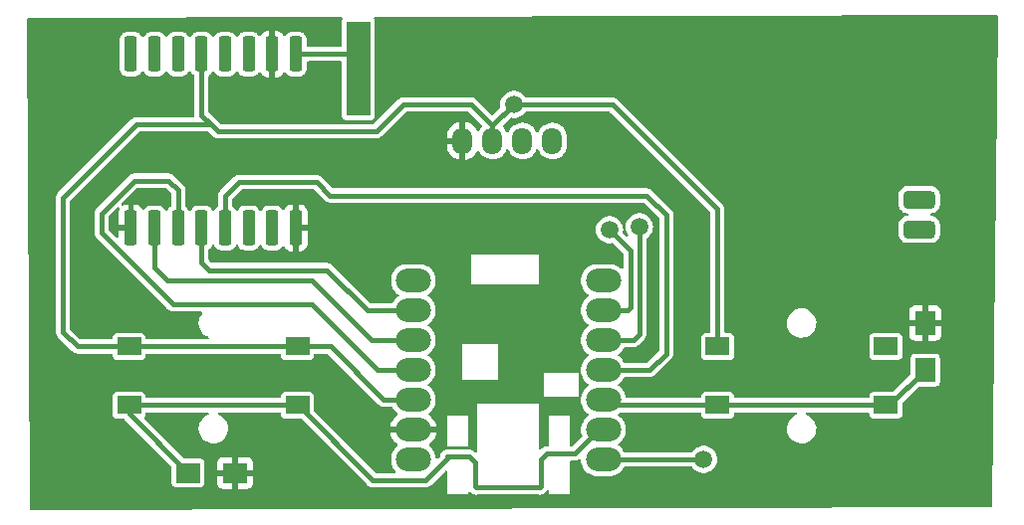
<source format=gbr>
%TF.GenerationSoftware,KiCad,Pcbnew,(7.0.0)*%
%TF.CreationDate,2023-06-06T14:44:05+02:00*%
%TF.ProjectId,wally_board,77616c6c-795f-4626-9f61-72642e6b6963,rev?*%
%TF.SameCoordinates,Original*%
%TF.FileFunction,Copper,L1,Top*%
%TF.FilePolarity,Positive*%
%FSLAX46Y46*%
G04 Gerber Fmt 4.6, Leading zero omitted, Abs format (unit mm)*
G04 Created by KiCad (PCBNEW (7.0.0)) date 2023-06-06 14:44:05*
%MOMM*%
%LPD*%
G01*
G04 APERTURE LIST*
G04 Aperture macros list*
%AMRoundRect*
0 Rectangle with rounded corners*
0 $1 Rounding radius*
0 $2 $3 $4 $5 $6 $7 $8 $9 X,Y pos of 4 corners*
0 Add a 4 corners polygon primitive as box body*
4,1,4,$2,$3,$4,$5,$6,$7,$8,$9,$2,$3,0*
0 Add four circle primitives for the rounded corners*
1,1,$1+$1,$2,$3*
1,1,$1+$1,$4,$5*
1,1,$1+$1,$6,$7*
1,1,$1+$1,$8,$9*
0 Add four rect primitives between the rounded corners*
20,1,$1+$1,$2,$3,$4,$5,0*
20,1,$1+$1,$4,$5,$6,$7,0*
20,1,$1+$1,$6,$7,$8,$9,0*
20,1,$1+$1,$8,$9,$2,$3,0*%
G04 Aperture macros list end*
%TA.AperFunction,SMDPad,CuDef*%
%ADD10R,2.000000X1.700000*%
%TD*%
%TA.AperFunction,SMDPad,CuDef*%
%ADD11R,2.000000X8.000000*%
%TD*%
%TA.AperFunction,SMDPad,CuDef*%
%ADD12RoundRect,1.000000X0.500000X0.000000X-0.500000X0.000000X-0.500000X0.000000X0.500000X0.000000X0*%
%TD*%
%TA.AperFunction,SMDPad,CuDef*%
%ADD13R,2.000000X1.500000*%
%TD*%
%TA.AperFunction,ComponentPad*%
%ADD14RoundRect,0.375000X-0.975000X-0.375000X0.975000X-0.375000X0.975000X0.375000X-0.975000X0.375000X0*%
%TD*%
%TA.AperFunction,SMDPad,CuDef*%
%ADD15RoundRect,0.275000X0.275000X-1.225000X0.275000X1.225000X-0.275000X1.225000X-0.275000X-1.225000X0*%
%TD*%
%TA.AperFunction,SMDPad,CuDef*%
%ADD16RoundRect,0.275000X-0.275000X1.225000X-0.275000X-1.225000X0.275000X-1.225000X0.275000X1.225000X0*%
%TD*%
%TA.AperFunction,SMDPad,CuDef*%
%ADD17R,1.700000X2.000000*%
%TD*%
%TA.AperFunction,ComponentPad*%
%ADD18O,1.700000X2.300000*%
%TD*%
%TA.AperFunction,ViaPad*%
%ADD19C,1.500000*%
%TD*%
%TA.AperFunction,Conductor*%
%ADD20C,0.400000*%
%TD*%
G04 APERTURE END LIST*
D10*
%TO.P,RpulldownButton1,1*%
%TO.N,d1*%
X117855999Y-88264999D03*
%TO.P,RpulldownButton1,2*%
%TO.N,GND*%
X121855999Y-88264999D03*
%TD*%
D11*
%TO.P,JANT1,1,Pin_1*%
%TO.N,ANT*%
X132333999Y-53847999D03*
%TD*%
D12*
%TO.P,U1,1,PA02_A0_D0*%
%TO.N,D0*%
X153165000Y-87120000D03*
%TO.P,U1,2,PA4_A1_D1*%
%TO.N,d1*%
X153165000Y-84580000D03*
%TO.P,U1,3,PA10_A2_D2*%
%TO.N,d2*%
X153165000Y-82040000D03*
%TO.P,U1,4,PA11_A3_D3*%
%TO.N,cs*%
X153165000Y-79500000D03*
%TO.P,U1,5,PA8_A4_D4_SDA*%
%TO.N,SDA*%
X153165000Y-76960000D03*
%TO.P,U1,6,PA9_A5_D5_SCL*%
%TO.N,SCL*%
X153165000Y-74420000D03*
%TO.P,U1,7,PB08_A6_D6_TX*%
%TO.N,unconnected-(U1-PB08_A6_D6_TX-Pad7)*%
X153165000Y-71880000D03*
%TO.P,U1,8,PB09_A7_D7_RX*%
%TO.N,unconnected-(U1-PB09_A7_D7_RX-Pad8)*%
X137000000Y-71880000D03*
%TO.P,U1,9,PA7_A8_D8_SCK*%
%TO.N,sck*%
X137000000Y-74420000D03*
%TO.P,U1,10,PA5_A9_D9_MISO*%
%TO.N,miso*%
X137000000Y-76960000D03*
%TO.P,U1,11,PA6_A10_D10_MOSI*%
%TO.N,mosi*%
X137000000Y-79500000D03*
%TO.P,U1,12,3V3*%
%TO.N,+3.3V*%
X137000000Y-82040000D03*
%TO.P,U1,13,GND*%
%TO.N,GND*%
X137000000Y-84580000D03*
%TO.P,U1,14,5V*%
%TO.N,+5V*%
X137000000Y-87120000D03*
%TD*%
D13*
%TO.P,SWRight1,1,1*%
%TO.N,d2*%
X177149999Y-82499999D03*
X162849999Y-82499999D03*
%TO.P,SWRight1,2,2*%
%TO.N,+3.3V*%
X177149999Y-77499999D03*
X162849999Y-77499999D03*
%TD*%
D14*
%TO.P,J2,1,Pin_1*%
%TO.N,BATTERY+*%
X180000000Y-65000000D03*
%TO.P,J2,2,Pin_2*%
%TO.N,BATTERY-*%
X180000000Y-67540000D03*
%TD*%
D13*
%TO.P,SWLeft1,1,1*%
%TO.N,d1*%
X127149999Y-82499999D03*
X112849999Y-82499999D03*
%TO.P,SWLeft1,2,2*%
%TO.N,+3.3V*%
X127149999Y-77499999D03*
X112849999Y-77499999D03*
%TD*%
D15*
%TO.P,U2,1,GND*%
%TO.N,GND*%
X113000000Y-67400000D03*
%TO.P,U2,2,MISO*%
%TO.N,miso*%
X115000000Y-67400000D03*
%TO.P,U2,3,MOSI*%
%TO.N,mosi*%
X117000000Y-67400000D03*
%TO.P,U2,4,SCK*%
%TO.N,sck*%
X119000000Y-67400000D03*
%TO.P,U2,5,NSS*%
%TO.N,cs*%
X121000000Y-67400000D03*
%TO.P,U2,6,RESET*%
%TO.N,unconnected-(U2-RESET-Pad6)*%
X123000000Y-67400000D03*
%TO.P,U2,7,DIO5*%
%TO.N,unconnected-(U2-DIO5-Pad7)*%
X125000000Y-67400000D03*
%TO.P,U2,8,GND@1*%
%TO.N,GND*%
X127000000Y-67400000D03*
D16*
%TO.P,U2,9,ANT*%
%TO.N,ANT*%
X127000000Y-52600000D03*
%TO.P,U2,10,GND@2*%
%TO.N,GND*%
X125000000Y-52600000D03*
%TO.P,U2,11,DIO3*%
%TO.N,unconnected-(U2-DIO3-Pad11)*%
X123000000Y-52600000D03*
%TO.P,U2,12,DIO4*%
%TO.N,unconnected-(U2-DIO4-Pad12)*%
X121000000Y-52600000D03*
%TO.P,U2,13,3_3V*%
%TO.N,+3.3V*%
X119000000Y-52600000D03*
%TO.P,U2,14,DIO0*%
%TO.N,unconnected-(U2-DIO0-Pad14)*%
X117000000Y-52600000D03*
%TO.P,U2,15,DIO1*%
%TO.N,unconnected-(U2-DIO1-Pad15)*%
X115000000Y-52600000D03*
%TO.P,U2,16,DIO2*%
%TO.N,unconnected-(U2-DIO2-Pad16)*%
X113000000Y-52600000D03*
%TD*%
D17*
%TO.P,RpulldownButton2,1*%
%TO.N,d2*%
X180499999Y-79499999D03*
%TO.P,RpulldownButton2,2*%
%TO.N,GND*%
X180499999Y-75499999D03*
%TD*%
D18*
%TO.P,JOLED1,1,Pin_1*%
%TO.N,SDA*%
X148809999Y-59999999D03*
%TO.P,JOLED1,2,Pin_2*%
%TO.N,SCL*%
X146269999Y-59999999D03*
%TO.P,JOLED1,3,Pin_3*%
%TO.N,+3.3V*%
X143729999Y-59999999D03*
%TO.P,JOLED1,4,Pin_4*%
%TO.N,GND*%
X141189999Y-59999999D03*
%TD*%
D19*
%TO.N,GND*%
X172974000Y-65786000D03*
X137668000Y-59944000D03*
%TO.N,SDA*%
X156210000Y-67310000D03*
%TO.N,SCL*%
X153670000Y-67564000D03*
%TO.N,+3.3V*%
X145542000Y-56896000D03*
%TO.N,D0*%
X161671000Y-87122000D03*
%TD*%
D20*
%TO.N,d1*%
X133550000Y-88900000D02*
X127150000Y-82500000D01*
X138049000Y-88900000D02*
X133550000Y-88900000D01*
X139889742Y-87059258D02*
X138049000Y-88900000D01*
X139889742Y-86868000D02*
X139889742Y-87059258D01*
X141732000Y-86868000D02*
X139889742Y-86868000D01*
X142240000Y-87376000D02*
X141732000Y-86868000D01*
X142240000Y-89399844D02*
X142240000Y-87376000D01*
X147850000Y-89402844D02*
X147732844Y-89520000D01*
X148336000Y-86614000D02*
X147850000Y-87100000D01*
X147850000Y-87100000D02*
X147850000Y-89402844D01*
X150741157Y-86614000D02*
X148336000Y-86614000D01*
X147732844Y-89520000D02*
X142360156Y-89520000D01*
X142360156Y-89520000D02*
X142240000Y-89399844D01*
X152775157Y-84580000D02*
X150741157Y-86614000D01*
X153165000Y-84580000D02*
X152775157Y-84580000D01*
%TO.N,sck*%
X133094000Y-74420000D02*
X137000000Y-74420000D01*
X129667000Y-70993000D02*
X133094000Y-74420000D01*
X119634000Y-70993000D02*
X129667000Y-70993000D01*
X119000000Y-70359000D02*
X119634000Y-70993000D01*
X119000000Y-67400000D02*
X119000000Y-70359000D01*
%TO.N,cs*%
X121000000Y-64674000D02*
X122174000Y-63500000D01*
X122174000Y-63500000D02*
X128778000Y-63500000D01*
X121000000Y-67400000D02*
X121000000Y-64674000D01*
X156845000Y-64643000D02*
X129921000Y-64643000D01*
X128778000Y-63500000D02*
X129921000Y-64643000D01*
%TO.N,mosi*%
X128383000Y-73900000D02*
X133983000Y-79500000D01*
X110490000Y-67818000D02*
X116572000Y-73900000D01*
X110490000Y-66167000D02*
X110490000Y-67818000D01*
X113284000Y-63373000D02*
X110490000Y-66167000D01*
X133983000Y-79500000D02*
X137000000Y-79500000D01*
X116572000Y-73900000D02*
X128383000Y-73900000D01*
X116205000Y-63373000D02*
X113284000Y-63373000D01*
X117000000Y-64168000D02*
X116205000Y-63373000D01*
X117000000Y-67400000D02*
X117000000Y-64168000D01*
%TO.N,miso*%
X133475000Y-76960000D02*
X137000000Y-76960000D01*
X115000000Y-70804000D02*
X116078000Y-71882000D01*
X116078000Y-71882000D02*
X128397000Y-71882000D01*
X128397000Y-71882000D02*
X133475000Y-76960000D01*
X115000000Y-67400000D02*
X115000000Y-70804000D01*
%TO.N,d1*%
X112850000Y-83259000D02*
X117856000Y-88265000D01*
X112850000Y-82500000D02*
X112850000Y-83259000D01*
%TO.N,d2*%
X162850000Y-82500000D02*
X177150000Y-82500000D01*
%TO.N,d1*%
X112850000Y-82500000D02*
X127150000Y-82500000D01*
%TO.N,+3.3V*%
X127150000Y-77500000D02*
X112850000Y-77500000D01*
%TO.N,SCL*%
X155448000Y-69342000D02*
X153670000Y-67564000D01*
X155196000Y-74420000D02*
X155448000Y-74168000D01*
X155448000Y-74168000D02*
X155448000Y-69342000D01*
X153165000Y-74420000D02*
X155196000Y-74420000D01*
%TO.N,SDA*%
X156210000Y-68796000D02*
X156210000Y-67310000D01*
X156248000Y-68834000D02*
X156210000Y-68796000D01*
X155704000Y-76960000D02*
X156248000Y-76416000D01*
X156248000Y-76416000D02*
X156248000Y-68834000D01*
X153165000Y-76960000D02*
X155704000Y-76960000D01*
%TO.N,cs*%
X158496000Y-78105000D02*
X158496000Y-66294000D01*
X157101000Y-79500000D02*
X158496000Y-78105000D01*
X158496000Y-66294000D02*
X156845000Y-64643000D01*
X153165000Y-79500000D02*
X157101000Y-79500000D01*
%TO.N,SDA*%
X156248000Y-67653000D02*
X156337000Y-67564000D01*
%TO.N,+3.3V*%
X141918000Y-56896000D02*
X143730000Y-58708000D01*
X112850000Y-77500000D02*
X108450000Y-77500000D01*
X134491000Y-82040000D02*
X137000000Y-82040000D01*
X127150000Y-77500000D02*
X129951000Y-77500000D01*
X119000000Y-53050000D02*
X119000000Y-52600000D01*
X115506500Y-58610500D02*
X115489000Y-58593000D01*
X119824500Y-58610500D02*
X115506500Y-58610500D01*
X133858000Y-59182000D02*
X136144000Y-56896000D01*
X153924000Y-56896000D02*
X145542000Y-56896000D01*
X119000000Y-57786000D02*
X119824500Y-58610500D01*
X108450000Y-77500000D02*
X107188000Y-76238000D01*
X162850000Y-77500000D02*
X162850000Y-65822000D01*
X107188000Y-76238000D02*
X107188000Y-64862000D01*
X119000000Y-52600000D02*
X119000000Y-57786000D01*
X115489000Y-58593000D02*
X113457000Y-58593000D01*
X162850000Y-65822000D02*
X153924000Y-56896000D01*
X136144000Y-56896000D02*
X141918000Y-56896000D01*
X145542000Y-56896000D02*
X143730000Y-58708000D01*
X129951000Y-77500000D02*
X134491000Y-82040000D01*
X137000000Y-82040000D02*
X136540000Y-82500000D01*
X120396000Y-59182000D02*
X133858000Y-59182000D01*
X143730000Y-58708000D02*
X143730000Y-60000000D01*
X119824500Y-58610500D02*
X120396000Y-59182000D01*
X107188000Y-64862000D02*
X113457000Y-58593000D01*
%TO.N,mosi*%
X117000000Y-67400000D02*
X117000000Y-66950000D01*
%TO.N,d1*%
X153165000Y-84580000D02*
X152037844Y-84580000D01*
%TO.N,cs*%
X121000000Y-68137437D02*
X121000000Y-67400000D01*
%TO.N,ANT*%
X132334000Y-53848000D02*
X132334000Y-52578000D01*
X132312000Y-52600000D02*
X127000000Y-52600000D01*
X132334000Y-52578000D02*
X132312000Y-52600000D01*
%TO.N,D0*%
X153165000Y-87120000D02*
X161923000Y-87120000D01*
%TO.N,d2*%
X162850000Y-82500000D02*
X153625000Y-82500000D01*
X177150000Y-82500000D02*
X177500000Y-82500000D01*
X177500000Y-82500000D02*
X180500000Y-79500000D01*
X153625000Y-82500000D02*
X153165000Y-82040000D01*
%TO.N,unconnected-(U2-RESET-Pad6)*%
X123000000Y-66700000D02*
X123000000Y-67400000D01*
%TD*%
%TA.AperFunction,Conductor*%
%TO.N,GND*%
G36*
X115952356Y-63982939D02*
G01*
X115992584Y-64009819D01*
X116363181Y-64380416D01*
X116390061Y-64420644D01*
X116399500Y-64468097D01*
X116399500Y-65512499D01*
X116383506Y-65573415D01*
X116339649Y-65618616D01*
X116311769Y-65635469D01*
X116311764Y-65635472D01*
X116305347Y-65639352D01*
X116300044Y-65644654D01*
X116300040Y-65644658D01*
X116194655Y-65750043D01*
X116194651Y-65750047D01*
X116189352Y-65755347D01*
X116185478Y-65761755D01*
X116185472Y-65761763D01*
X116106117Y-65893035D01*
X116060916Y-65936891D01*
X116000000Y-65952885D01*
X115939084Y-65936891D01*
X115893883Y-65893035D01*
X115814527Y-65761763D01*
X115814525Y-65761760D01*
X115810648Y-65755347D01*
X115694653Y-65639352D01*
X115688240Y-65635475D01*
X115688236Y-65635472D01*
X115560687Y-65558367D01*
X115560685Y-65558366D01*
X115554270Y-65554488D01*
X115547112Y-65552257D01*
X115547109Y-65552256D01*
X115403921Y-65507636D01*
X115403912Y-65507634D01*
X115397657Y-65505685D01*
X115391125Y-65505091D01*
X115391123Y-65505091D01*
X115332403Y-65499755D01*
X115332397Y-65499754D01*
X115329594Y-65499500D01*
X114670406Y-65499500D01*
X114667603Y-65499754D01*
X114667596Y-65499755D01*
X114608876Y-65505091D01*
X114608872Y-65505091D01*
X114602343Y-65505685D01*
X114596089Y-65507633D01*
X114596078Y-65507636D01*
X114452890Y-65552256D01*
X114452883Y-65552258D01*
X114445730Y-65554488D01*
X114439317Y-65558364D01*
X114439312Y-65558367D01*
X114311763Y-65635472D01*
X114311755Y-65635478D01*
X114305347Y-65639352D01*
X114300047Y-65644651D01*
X114300043Y-65644655D01*
X114194655Y-65750043D01*
X114194651Y-65750047D01*
X114189352Y-65755347D01*
X114185477Y-65761757D01*
X114185470Y-65761766D01*
X114164594Y-65796300D01*
X114119858Y-65839892D01*
X114059548Y-65856144D01*
X113998965Y-65840934D01*
X113953484Y-65798121D01*
X113888461Y-65694638D01*
X113879825Y-65683809D01*
X113766190Y-65570174D01*
X113755361Y-65561538D01*
X113619279Y-65476032D01*
X113606822Y-65470033D01*
X113455115Y-65416949D01*
X113441623Y-65413870D01*
X113321988Y-65400390D01*
X113315040Y-65400000D01*
X113266326Y-65400000D01*
X113253450Y-65403450D01*
X113250000Y-65416326D01*
X113250000Y-67526000D01*
X113233387Y-67588000D01*
X113188000Y-67633387D01*
X113126000Y-67650000D01*
X111966326Y-67650000D01*
X111953450Y-67653450D01*
X111950000Y-67666326D01*
X111950000Y-68129403D01*
X111936485Y-68185698D01*
X111898885Y-68229721D01*
X111845398Y-68251876D01*
X111787682Y-68247334D01*
X111738319Y-68217084D01*
X111126819Y-67605584D01*
X111099939Y-67565356D01*
X111090500Y-67517903D01*
X111090500Y-66467097D01*
X111099939Y-66419644D01*
X111126819Y-66379416D01*
X111471819Y-66034416D01*
X111840444Y-65665790D01*
X111891573Y-65634982D01*
X111951175Y-65631635D01*
X112005434Y-65656525D01*
X112041776Y-65703884D01*
X112051777Y-65762736D01*
X112033119Y-65819442D01*
X112026033Y-65830720D01*
X112020033Y-65843177D01*
X111966951Y-65994878D01*
X111963870Y-66008376D01*
X111950390Y-66128011D01*
X111950000Y-66134960D01*
X111950000Y-67133674D01*
X111953450Y-67146549D01*
X111966326Y-67150000D01*
X112733674Y-67150000D01*
X112746549Y-67146549D01*
X112750000Y-67133674D01*
X112750000Y-65416326D01*
X112746549Y-65403450D01*
X112733674Y-65400000D01*
X112684960Y-65400000D01*
X112678011Y-65400390D01*
X112558376Y-65413870D01*
X112544884Y-65416949D01*
X112393177Y-65470033D01*
X112380720Y-65476033D01*
X112369442Y-65483119D01*
X112312736Y-65501777D01*
X112253884Y-65491776D01*
X112206525Y-65455434D01*
X112181635Y-65401175D01*
X112184982Y-65341573D01*
X112215790Y-65290444D01*
X113496416Y-64009819D01*
X113536644Y-63982939D01*
X113584097Y-63973500D01*
X115904903Y-63973500D01*
X115952356Y-63982939D01*
G37*
%TD.AperFunction*%
%TA.AperFunction,Conductor*%
G36*
X186626696Y-49293122D02*
G01*
X186672305Y-49339145D01*
X186688474Y-49401889D01*
X186183480Y-91063883D01*
X186166437Y-91125135D01*
X186121277Y-91169889D01*
X186059874Y-91186379D01*
X104517633Y-91439616D01*
X104455688Y-91423257D01*
X104410177Y-91378161D01*
X104393250Y-91316371D01*
X104301866Y-76238000D01*
X106582318Y-76238000D01*
X106583379Y-76246059D01*
X106587500Y-76277361D01*
X106601894Y-76386702D01*
X106601895Y-76386708D01*
X106602956Y-76394762D01*
X106606065Y-76402268D01*
X106606066Y-76402271D01*
X106660354Y-76533333D01*
X106663464Y-76540841D01*
X106759718Y-76666282D01*
X106766164Y-76671228D01*
X106784769Y-76685504D01*
X106796964Y-76696199D01*
X107991799Y-77891034D01*
X108002489Y-77903222D01*
X108021718Y-77928282D01*
X108147158Y-78024535D01*
X108147159Y-78024536D01*
X108293238Y-78085044D01*
X108450000Y-78105683D01*
X108481308Y-78101560D01*
X108497494Y-78100500D01*
X111325501Y-78100500D01*
X111387501Y-78117113D01*
X111432888Y-78162500D01*
X111449501Y-78224500D01*
X111449501Y-78281518D01*
X111450261Y-78286320D01*
X111450262Y-78286326D01*
X111458279Y-78336945D01*
X111464354Y-78375304D01*
X111468780Y-78383991D01*
X111468782Y-78383996D01*
X111484217Y-78414288D01*
X111521950Y-78488342D01*
X111611658Y-78578050D01*
X111724696Y-78635646D01*
X111818481Y-78650500D01*
X113881518Y-78650499D01*
X113975304Y-78635646D01*
X114088342Y-78578050D01*
X114178050Y-78488342D01*
X114235646Y-78375304D01*
X114250500Y-78281519D01*
X114250500Y-78224500D01*
X114267113Y-78162500D01*
X114312500Y-78117113D01*
X114374500Y-78100500D01*
X125625501Y-78100500D01*
X125687501Y-78117113D01*
X125732888Y-78162500D01*
X125749501Y-78224500D01*
X125749501Y-78281518D01*
X125750261Y-78286320D01*
X125750262Y-78286326D01*
X125758279Y-78336945D01*
X125764354Y-78375304D01*
X125768780Y-78383991D01*
X125768782Y-78383996D01*
X125784217Y-78414288D01*
X125821950Y-78488342D01*
X125911658Y-78578050D01*
X126024696Y-78635646D01*
X126118481Y-78650500D01*
X128181518Y-78650499D01*
X128275304Y-78635646D01*
X128388342Y-78578050D01*
X128478050Y-78488342D01*
X128535646Y-78375304D01*
X128550500Y-78281519D01*
X128550500Y-78224500D01*
X128567113Y-78162500D01*
X128612500Y-78117113D01*
X128674500Y-78100500D01*
X129650903Y-78100500D01*
X129698356Y-78109939D01*
X129738584Y-78136819D01*
X134032799Y-82431034D01*
X134043489Y-82443222D01*
X134062718Y-82468282D01*
X134104054Y-82500000D01*
X134188159Y-82564536D01*
X134334238Y-82625044D01*
X134491000Y-82645683D01*
X134522308Y-82641560D01*
X134538494Y-82640500D01*
X135157547Y-82640500D01*
X135219167Y-82656894D01*
X135264493Y-82701742D01*
X135349779Y-82847079D01*
X135349782Y-82847084D01*
X135352445Y-82851621D01*
X135506116Y-83033884D01*
X135510138Y-83037275D01*
X135645599Y-83151486D01*
X135680148Y-83198637D01*
X135689258Y-83256378D01*
X135670902Y-83311876D01*
X135633408Y-83348634D01*
X135633980Y-83349434D01*
X135621487Y-83358354D01*
X135439619Y-83512389D01*
X135432389Y-83519619D01*
X135278354Y-83701487D01*
X135272422Y-83709794D01*
X135150418Y-83914544D01*
X135145930Y-83923724D01*
X135059295Y-84145752D01*
X135056380Y-84155543D01*
X135022639Y-84316462D01*
X135022811Y-84327554D01*
X135033636Y-84330000D01*
X138966364Y-84330000D01*
X138977188Y-84327554D01*
X138977360Y-84316462D01*
X138943619Y-84155543D01*
X138940704Y-84145752D01*
X138854069Y-83923724D01*
X138849581Y-83914544D01*
X138727577Y-83709794D01*
X138721645Y-83701487D01*
X138567610Y-83519619D01*
X138560380Y-83512389D01*
X138378512Y-83358354D01*
X138368213Y-83351000D01*
X139903000Y-83351000D01*
X139903000Y-86018000D01*
X139919328Y-86018000D01*
X139922508Y-86018852D01*
X139925835Y-86018000D01*
X141664674Y-86018000D01*
X141681000Y-86018000D01*
X141681000Y-83351000D01*
X139903000Y-83351000D01*
X138368213Y-83351000D01*
X138366020Y-83349434D01*
X138366592Y-83348632D01*
X138329103Y-83311886D01*
X138310742Y-83256385D01*
X138319849Y-83198641D01*
X138354401Y-83151486D01*
X138473270Y-83051264D01*
X138493884Y-83033884D01*
X138647555Y-82851621D01*
X138768213Y-82646008D01*
X138852387Y-82422962D01*
X138897655Y-82188899D01*
X138900500Y-82135338D01*
X138900500Y-81944662D01*
X138897655Y-81891101D01*
X138852387Y-81657038D01*
X138768213Y-81433992D01*
X138647555Y-81228379D01*
X138493884Y-81046116D01*
X138311621Y-80892445D01*
X138307080Y-80889780D01*
X138307079Y-80889779D01*
X138285209Y-80876946D01*
X138240361Y-80831620D01*
X138223967Y-80770000D01*
X138240361Y-80708380D01*
X138285209Y-80663054D01*
X138311621Y-80647555D01*
X138493884Y-80493884D01*
X138647555Y-80311621D01*
X138768213Y-80106008D01*
X138852387Y-79882962D01*
X138897655Y-79648899D01*
X138900500Y-79595338D01*
X138900500Y-79404662D01*
X138897655Y-79351101D01*
X138852387Y-79117038D01*
X138768213Y-78893992D01*
X138647555Y-78688379D01*
X138493884Y-78506116D01*
X138311621Y-78352445D01*
X138307080Y-78349780D01*
X138307079Y-78349779D01*
X138285209Y-78336946D01*
X138240361Y-78291620D01*
X138223967Y-78230000D01*
X138240361Y-78168380D01*
X138285209Y-78123054D01*
X138295333Y-78117113D01*
X138311621Y-78107555D01*
X138493884Y-77953884D01*
X138647555Y-77771621D01*
X138768213Y-77566008D01*
X138852387Y-77342962D01*
X138869399Y-77255000D01*
X141173000Y-77255000D01*
X141173000Y-80303000D01*
X144204674Y-80303000D01*
X144221000Y-80303000D01*
X144221000Y-79731500D01*
X148094500Y-79731500D01*
X148094500Y-81763500D01*
X150999174Y-81763500D01*
X151015500Y-81763500D01*
X151015500Y-79731500D01*
X148094500Y-79731500D01*
X144221000Y-79731500D01*
X144221000Y-77255000D01*
X141173000Y-77255000D01*
X138869399Y-77255000D01*
X138897655Y-77108899D01*
X138900500Y-77055338D01*
X138900500Y-76864662D01*
X138897655Y-76811101D01*
X138852387Y-76577038D01*
X138768213Y-76353992D01*
X138647555Y-76148379D01*
X138493884Y-75966116D01*
X138311621Y-75812445D01*
X138307080Y-75809780D01*
X138307079Y-75809779D01*
X138285209Y-75796946D01*
X138240361Y-75751620D01*
X138223967Y-75690000D01*
X138240361Y-75628380D01*
X138285209Y-75583054D01*
X138311621Y-75567555D01*
X138493884Y-75413884D01*
X138647555Y-75231621D01*
X138768213Y-75026008D01*
X138852387Y-74802962D01*
X138897655Y-74568899D01*
X138900500Y-74515338D01*
X138900500Y-74324662D01*
X138897655Y-74271101D01*
X138852387Y-74037038D01*
X138768213Y-73813992D01*
X138647555Y-73608379D01*
X138493884Y-73426116D01*
X138311621Y-73272445D01*
X138307080Y-73269780D01*
X138307079Y-73269779D01*
X138285209Y-73256946D01*
X138240361Y-73211620D01*
X138223967Y-73150000D01*
X138240361Y-73088380D01*
X138285209Y-73043054D01*
X138311621Y-73027555D01*
X138493884Y-72873884D01*
X138647555Y-72691621D01*
X138768213Y-72486008D01*
X138852387Y-72262962D01*
X138897655Y-72028899D01*
X138900500Y-71975338D01*
X138900500Y-71784662D01*
X138897655Y-71731101D01*
X138852387Y-71497038D01*
X138768213Y-71273992D01*
X138647555Y-71068379D01*
X138493884Y-70886116D01*
X138311621Y-70732445D01*
X138307084Y-70729782D01*
X138307079Y-70729779D01*
X138191305Y-70661841D01*
X138106008Y-70611787D01*
X137882962Y-70527613D01*
X137877793Y-70526613D01*
X137877785Y-70526611D01*
X137653105Y-70483158D01*
X137653098Y-70483157D01*
X137648899Y-70482345D01*
X137644624Y-70482117D01*
X137644617Y-70482117D01*
X137596988Y-70479587D01*
X137596963Y-70479586D01*
X137595338Y-70479500D01*
X136404662Y-70479500D01*
X136403037Y-70479586D01*
X136403011Y-70479587D01*
X136355382Y-70482117D01*
X136355373Y-70482118D01*
X136351101Y-70482345D01*
X136346903Y-70483156D01*
X136346894Y-70483158D01*
X136122214Y-70526611D01*
X136122203Y-70526614D01*
X136117038Y-70527613D01*
X136112113Y-70529471D01*
X136112108Y-70529473D01*
X135898920Y-70609927D01*
X135898917Y-70609928D01*
X135893992Y-70611787D01*
X135889447Y-70614453D01*
X135889447Y-70614454D01*
X135692920Y-70729779D01*
X135692909Y-70729786D01*
X135688379Y-70732445D01*
X135684356Y-70735836D01*
X135684353Y-70735839D01*
X135510138Y-70882724D01*
X135510132Y-70882729D01*
X135506116Y-70886116D01*
X135502729Y-70890132D01*
X135502724Y-70890138D01*
X135355839Y-71064353D01*
X135352445Y-71068379D01*
X135349786Y-71072909D01*
X135349779Y-71072920D01*
X135257376Y-71230385D01*
X135231787Y-71273992D01*
X135229928Y-71278917D01*
X135229927Y-71278920D01*
X135149473Y-71492108D01*
X135149471Y-71492113D01*
X135147613Y-71497038D01*
X135146614Y-71502203D01*
X135146611Y-71502214D01*
X135103158Y-71726894D01*
X135103156Y-71726903D01*
X135102345Y-71731101D01*
X135102118Y-71735373D01*
X135102117Y-71735382D01*
X135099587Y-71783011D01*
X135099586Y-71783037D01*
X135099500Y-71784662D01*
X135099500Y-71975338D01*
X135099586Y-71976963D01*
X135099587Y-71976988D01*
X135102117Y-72024617D01*
X135102117Y-72024624D01*
X135102345Y-72028899D01*
X135103157Y-72033098D01*
X135103158Y-72033105D01*
X135146611Y-72257785D01*
X135146613Y-72257793D01*
X135147613Y-72262962D01*
X135231787Y-72486008D01*
X135259724Y-72533615D01*
X135349779Y-72687079D01*
X135349782Y-72687084D01*
X135352445Y-72691621D01*
X135506116Y-72873884D01*
X135688379Y-73027555D01*
X135700728Y-73034801D01*
X135714792Y-73043055D01*
X135759638Y-73088381D01*
X135776032Y-73150000D01*
X135759638Y-73211619D01*
X135714792Y-73256945D01*
X135692919Y-73269780D01*
X135692912Y-73269784D01*
X135688379Y-73272445D01*
X135684356Y-73275836D01*
X135684353Y-73275839D01*
X135510138Y-73422724D01*
X135510132Y-73422729D01*
X135506116Y-73426116D01*
X135502729Y-73430132D01*
X135502724Y-73430138D01*
X135355839Y-73604353D01*
X135352445Y-73608379D01*
X135349786Y-73612909D01*
X135349779Y-73612920D01*
X135264493Y-73758258D01*
X135219167Y-73803106D01*
X135157547Y-73819500D01*
X133394097Y-73819500D01*
X133346644Y-73810061D01*
X133306416Y-73783181D01*
X130125199Y-70601964D01*
X130114503Y-70589768D01*
X130100228Y-70571164D01*
X130095282Y-70564718D01*
X129969841Y-70468464D01*
X129962333Y-70465354D01*
X129831271Y-70411066D01*
X129831268Y-70411065D01*
X129823762Y-70407956D01*
X129815708Y-70406895D01*
X129815702Y-70406894D01*
X129706361Y-70392500D01*
X129675059Y-70388379D01*
X129667000Y-70387318D01*
X129658941Y-70388379D01*
X129635698Y-70391439D01*
X129619513Y-70392500D01*
X119934097Y-70392500D01*
X119886644Y-70383061D01*
X119846416Y-70356181D01*
X119636819Y-70146584D01*
X119609939Y-70106356D01*
X119600500Y-70058903D01*
X119600500Y-69635000D01*
X141935000Y-69635000D01*
X141935000Y-72175000D01*
X147633674Y-72175000D01*
X147650000Y-72175000D01*
X147650000Y-69635000D01*
X141935000Y-69635000D01*
X119600500Y-69635000D01*
X119600500Y-69287501D01*
X119616494Y-69226585D01*
X119660351Y-69181384D01*
X119694653Y-69160648D01*
X119810648Y-69044653D01*
X119893882Y-68906965D01*
X119939084Y-68863108D01*
X120000000Y-68847114D01*
X120060916Y-68863108D01*
X120106117Y-68906965D01*
X120163493Y-69001878D01*
X120189352Y-69044653D01*
X120305347Y-69160648D01*
X120311760Y-69164525D01*
X120311763Y-69164527D01*
X120397018Y-69216065D01*
X120445730Y-69245512D01*
X120507302Y-69264698D01*
X120596078Y-69292363D01*
X120596080Y-69292363D01*
X120602343Y-69294315D01*
X120670406Y-69300500D01*
X121326775Y-69300500D01*
X121329594Y-69300500D01*
X121397657Y-69294315D01*
X121554270Y-69245512D01*
X121694653Y-69160648D01*
X121810648Y-69044653D01*
X121893882Y-68906965D01*
X121939084Y-68863108D01*
X122000000Y-68847114D01*
X122060916Y-68863108D01*
X122106117Y-68906965D01*
X122163493Y-69001878D01*
X122189352Y-69044653D01*
X122305347Y-69160648D01*
X122311760Y-69164525D01*
X122311763Y-69164527D01*
X122397018Y-69216065D01*
X122445730Y-69245512D01*
X122507302Y-69264698D01*
X122596078Y-69292363D01*
X122596080Y-69292363D01*
X122602343Y-69294315D01*
X122670406Y-69300500D01*
X123326775Y-69300500D01*
X123329594Y-69300500D01*
X123397657Y-69294315D01*
X123554270Y-69245512D01*
X123694653Y-69160648D01*
X123810648Y-69044653D01*
X123893882Y-68906965D01*
X123939084Y-68863108D01*
X124000000Y-68847114D01*
X124060916Y-68863108D01*
X124106117Y-68906965D01*
X124163493Y-69001878D01*
X124189352Y-69044653D01*
X124305347Y-69160648D01*
X124311760Y-69164525D01*
X124311763Y-69164527D01*
X124397018Y-69216065D01*
X124445730Y-69245512D01*
X124507302Y-69264698D01*
X124596078Y-69292363D01*
X124596080Y-69292363D01*
X124602343Y-69294315D01*
X124670406Y-69300500D01*
X125326775Y-69300500D01*
X125329594Y-69300500D01*
X125397657Y-69294315D01*
X125554270Y-69245512D01*
X125694653Y-69160648D01*
X125810648Y-69044653D01*
X125835404Y-69003700D01*
X125880138Y-68960109D01*
X125940450Y-68943855D01*
X126001033Y-68959064D01*
X126046515Y-69001878D01*
X126111538Y-69105361D01*
X126120174Y-69116190D01*
X126233809Y-69229825D01*
X126244638Y-69238461D01*
X126380720Y-69323967D01*
X126393177Y-69329966D01*
X126544884Y-69383050D01*
X126558376Y-69386129D01*
X126678011Y-69399609D01*
X126684960Y-69400000D01*
X126733674Y-69400000D01*
X126746549Y-69396549D01*
X126750000Y-69383674D01*
X127250000Y-69383674D01*
X127253450Y-69396549D01*
X127266326Y-69400000D01*
X127315040Y-69400000D01*
X127321988Y-69399609D01*
X127441623Y-69386129D01*
X127455115Y-69383050D01*
X127606822Y-69329966D01*
X127619279Y-69323967D01*
X127755361Y-69238461D01*
X127766190Y-69229825D01*
X127879825Y-69116190D01*
X127888461Y-69105361D01*
X127973967Y-68969279D01*
X127979966Y-68956822D01*
X128033050Y-68805115D01*
X128036129Y-68791623D01*
X128049609Y-68671988D01*
X128050000Y-68665040D01*
X128050000Y-67666326D01*
X128046549Y-67653450D01*
X128033674Y-67650000D01*
X127266326Y-67650000D01*
X127253450Y-67653450D01*
X127250000Y-67666326D01*
X127250000Y-69383674D01*
X126750000Y-69383674D01*
X126750000Y-67133674D01*
X127250000Y-67133674D01*
X127253450Y-67146549D01*
X127266326Y-67150000D01*
X128033674Y-67150000D01*
X128046549Y-67146549D01*
X128050000Y-67133674D01*
X128050000Y-66134960D01*
X128049609Y-66128011D01*
X128036129Y-66008376D01*
X128033049Y-65994878D01*
X127979966Y-65843177D01*
X127973967Y-65830720D01*
X127888461Y-65694638D01*
X127879825Y-65683809D01*
X127766190Y-65570174D01*
X127755361Y-65561538D01*
X127619279Y-65476032D01*
X127606822Y-65470033D01*
X127455115Y-65416949D01*
X127441623Y-65413870D01*
X127321988Y-65400390D01*
X127315040Y-65400000D01*
X127266326Y-65400000D01*
X127253450Y-65403450D01*
X127250000Y-65416326D01*
X127250000Y-67133674D01*
X126750000Y-67133674D01*
X126750000Y-65416326D01*
X126746549Y-65403450D01*
X126733674Y-65400000D01*
X126684960Y-65400000D01*
X126678011Y-65400390D01*
X126558376Y-65413870D01*
X126544884Y-65416949D01*
X126393177Y-65470033D01*
X126380720Y-65476032D01*
X126244638Y-65561538D01*
X126233809Y-65570174D01*
X126120174Y-65683809D01*
X126111536Y-65694640D01*
X126046514Y-65798122D01*
X126001032Y-65840935D01*
X125940450Y-65856144D01*
X125880139Y-65839891D01*
X125835404Y-65796298D01*
X125814529Y-65761767D01*
X125814528Y-65761766D01*
X125810648Y-65755347D01*
X125694653Y-65639352D01*
X125688240Y-65635475D01*
X125688236Y-65635472D01*
X125560687Y-65558367D01*
X125560685Y-65558366D01*
X125554270Y-65554488D01*
X125547112Y-65552257D01*
X125547109Y-65552256D01*
X125403921Y-65507636D01*
X125403912Y-65507634D01*
X125397657Y-65505685D01*
X125391125Y-65505091D01*
X125391123Y-65505091D01*
X125332403Y-65499755D01*
X125332397Y-65499754D01*
X125329594Y-65499500D01*
X124670406Y-65499500D01*
X124667603Y-65499754D01*
X124667596Y-65499755D01*
X124608876Y-65505091D01*
X124608872Y-65505091D01*
X124602343Y-65505685D01*
X124596089Y-65507633D01*
X124596078Y-65507636D01*
X124452890Y-65552256D01*
X124452883Y-65552258D01*
X124445730Y-65554488D01*
X124439317Y-65558364D01*
X124439312Y-65558367D01*
X124311763Y-65635472D01*
X124311755Y-65635478D01*
X124305347Y-65639352D01*
X124300047Y-65644651D01*
X124300043Y-65644655D01*
X124194655Y-65750043D01*
X124194651Y-65750047D01*
X124189352Y-65755347D01*
X124185478Y-65761755D01*
X124185472Y-65761763D01*
X124106117Y-65893035D01*
X124060916Y-65936891D01*
X124000000Y-65952885D01*
X123939084Y-65936891D01*
X123893883Y-65893035D01*
X123814527Y-65761763D01*
X123814525Y-65761760D01*
X123810648Y-65755347D01*
X123694653Y-65639352D01*
X123688240Y-65635475D01*
X123688236Y-65635472D01*
X123560687Y-65558367D01*
X123560685Y-65558366D01*
X123554270Y-65554488D01*
X123547112Y-65552257D01*
X123547109Y-65552256D01*
X123403921Y-65507636D01*
X123403912Y-65507634D01*
X123397657Y-65505685D01*
X123391125Y-65505091D01*
X123391123Y-65505091D01*
X123332403Y-65499755D01*
X123332397Y-65499754D01*
X123329594Y-65499500D01*
X122670406Y-65499500D01*
X122667603Y-65499754D01*
X122667596Y-65499755D01*
X122608876Y-65505091D01*
X122608872Y-65505091D01*
X122602343Y-65505685D01*
X122596089Y-65507633D01*
X122596078Y-65507636D01*
X122452890Y-65552256D01*
X122452883Y-65552258D01*
X122445730Y-65554488D01*
X122439317Y-65558364D01*
X122439312Y-65558367D01*
X122311763Y-65635472D01*
X122311755Y-65635478D01*
X122305347Y-65639352D01*
X122300047Y-65644651D01*
X122300043Y-65644655D01*
X122194655Y-65750043D01*
X122194651Y-65750047D01*
X122189352Y-65755347D01*
X122185478Y-65761755D01*
X122185472Y-65761763D01*
X122106117Y-65893035D01*
X122060916Y-65936891D01*
X122000000Y-65952885D01*
X121939084Y-65936891D01*
X121893883Y-65893035D01*
X121814527Y-65761763D01*
X121814525Y-65761760D01*
X121810648Y-65755347D01*
X121694653Y-65639352D01*
X121681887Y-65631635D01*
X121660351Y-65618616D01*
X121616494Y-65573415D01*
X121600500Y-65512499D01*
X121600500Y-64974097D01*
X121609939Y-64926644D01*
X121636819Y-64886416D01*
X122386416Y-64136819D01*
X122426644Y-64109939D01*
X122474097Y-64100500D01*
X128477903Y-64100500D01*
X128525356Y-64109939D01*
X128565584Y-64136819D01*
X129462799Y-65034034D01*
X129473489Y-65046222D01*
X129492718Y-65071282D01*
X129499164Y-65076228D01*
X129564615Y-65126450D01*
X129611711Y-65162589D01*
X129611714Y-65162591D01*
X129618159Y-65167536D01*
X129764238Y-65228044D01*
X129921000Y-65248682D01*
X129929059Y-65247621D01*
X129952302Y-65244561D01*
X129968487Y-65243500D01*
X156544903Y-65243500D01*
X156592356Y-65252939D01*
X156632584Y-65279819D01*
X157859181Y-66506416D01*
X157886061Y-66546644D01*
X157895500Y-66594097D01*
X157895500Y-77804903D01*
X157886061Y-77852356D01*
X157859181Y-77892584D01*
X156888584Y-78863181D01*
X156848356Y-78890061D01*
X156800903Y-78899500D01*
X155007453Y-78899500D01*
X154945833Y-78883106D01*
X154900507Y-78838258D01*
X154815220Y-78692920D01*
X154815218Y-78692917D01*
X154812555Y-78688379D01*
X154658884Y-78506116D01*
X154476621Y-78352445D01*
X154472080Y-78349780D01*
X154472079Y-78349779D01*
X154450209Y-78336946D01*
X154405361Y-78291620D01*
X154388967Y-78230000D01*
X154405361Y-78168380D01*
X154450209Y-78123054D01*
X154460333Y-78117113D01*
X154476621Y-78107555D01*
X154658884Y-77953884D01*
X154812555Y-77771621D01*
X154900507Y-77621741D01*
X154945833Y-77576894D01*
X155007453Y-77560500D01*
X155656513Y-77560500D01*
X155672698Y-77561561D01*
X155704000Y-77565682D01*
X155860762Y-77545044D01*
X156006841Y-77484536D01*
X156006840Y-77484536D01*
X156132282Y-77388282D01*
X156151510Y-77363222D01*
X156162189Y-77351044D01*
X156639044Y-76874189D01*
X156651222Y-76863510D01*
X156676282Y-76844282D01*
X156772536Y-76718841D01*
X156833044Y-76572762D01*
X156837246Y-76540841D01*
X156853682Y-76416000D01*
X156849561Y-76384698D01*
X156848500Y-76368513D01*
X156848500Y-68881487D01*
X156849561Y-68865302D01*
X156851090Y-68853680D01*
X156853682Y-68834000D01*
X156834790Y-68690500D01*
X156834105Y-68685297D01*
X156834104Y-68685296D01*
X156833044Y-68677238D01*
X156819938Y-68645599D01*
X156810500Y-68598147D01*
X156810500Y-68360438D01*
X156826171Y-68300099D01*
X156869222Y-68255011D01*
X156875332Y-68251228D01*
X156906302Y-68232052D01*
X157063872Y-68088407D01*
X157192366Y-67918255D01*
X157287405Y-67727389D01*
X157345756Y-67522310D01*
X157365429Y-67310000D01*
X157345756Y-67097690D01*
X157305368Y-66955745D01*
X157288975Y-66898129D01*
X157287405Y-66892611D01*
X157192366Y-66701745D01*
X157063872Y-66531593D01*
X156906302Y-66387948D01*
X156901438Y-66384936D01*
X156901435Y-66384934D01*
X156729890Y-66278718D01*
X156729889Y-66278717D01*
X156725019Y-66275702D01*
X156719681Y-66273634D01*
X156719677Y-66273632D01*
X156531545Y-66200750D01*
X156531540Y-66200748D01*
X156526198Y-66198679D01*
X156520560Y-66197625D01*
X156322239Y-66160552D01*
X156322236Y-66160551D01*
X156316610Y-66159500D01*
X156103390Y-66159500D01*
X156097764Y-66160551D01*
X156097760Y-66160552D01*
X155899439Y-66197625D01*
X155899436Y-66197625D01*
X155893802Y-66198679D01*
X155888461Y-66200747D01*
X155888454Y-66200750D01*
X155700322Y-66273632D01*
X155700313Y-66273636D01*
X155694981Y-66275702D01*
X155690114Y-66278715D01*
X155690109Y-66278718D01*
X155518564Y-66384934D01*
X155518555Y-66384940D01*
X155513698Y-66387948D01*
X155509475Y-66391797D01*
X155509468Y-66391803D01*
X155360360Y-66527734D01*
X155360354Y-66527739D01*
X155356128Y-66531593D01*
X155352681Y-66536156D01*
X155352675Y-66536164D01*
X155231086Y-66697173D01*
X155231083Y-66697177D01*
X155227634Y-66701745D01*
X155225082Y-66706870D01*
X155225079Y-66706875D01*
X155135153Y-66887473D01*
X155132595Y-66892611D01*
X155131027Y-66898119D01*
X155131024Y-66898129D01*
X155075814Y-67092168D01*
X155075811Y-67092179D01*
X155074244Y-67097690D01*
X155073714Y-67103400D01*
X155073714Y-67103405D01*
X155055100Y-67304291D01*
X155054571Y-67310000D01*
X155074244Y-67522310D01*
X155075812Y-67527821D01*
X155075814Y-67527831D01*
X155131024Y-67721870D01*
X155131026Y-67721876D01*
X155132595Y-67727389D01*
X155227634Y-67918255D01*
X155231086Y-67922826D01*
X155243368Y-67939090D01*
X155267089Y-67995740D01*
X155260717Y-68056825D01*
X155225814Y-68107359D01*
X155170942Y-68134946D01*
X155109563Y-68132819D01*
X155056733Y-68101498D01*
X154839832Y-67884597D01*
X154809061Y-67833591D01*
X154805753Y-67776320D01*
X154805756Y-67776310D01*
X154825429Y-67564000D01*
X154805756Y-67351690D01*
X154747405Y-67146611D01*
X154652366Y-66955745D01*
X154523872Y-66785593D01*
X154366302Y-66641948D01*
X154361438Y-66638936D01*
X154361435Y-66638934D01*
X154189890Y-66532718D01*
X154189889Y-66532717D01*
X154185019Y-66529702D01*
X154179681Y-66527634D01*
X154179677Y-66527632D01*
X153991545Y-66454750D01*
X153991540Y-66454748D01*
X153986198Y-66452679D01*
X153980560Y-66451625D01*
X153782239Y-66414552D01*
X153782236Y-66414551D01*
X153776610Y-66413500D01*
X153563390Y-66413500D01*
X153557764Y-66414551D01*
X153557760Y-66414552D01*
X153359439Y-66451625D01*
X153359436Y-66451625D01*
X153353802Y-66452679D01*
X153348461Y-66454747D01*
X153348454Y-66454750D01*
X153160322Y-66527632D01*
X153160313Y-66527636D01*
X153154981Y-66529702D01*
X153150114Y-66532715D01*
X153150109Y-66532718D01*
X152978564Y-66638934D01*
X152978555Y-66638940D01*
X152973698Y-66641948D01*
X152969475Y-66645797D01*
X152969468Y-66645803D01*
X152820360Y-66781734D01*
X152820354Y-66781739D01*
X152816128Y-66785593D01*
X152812681Y-66790156D01*
X152812675Y-66790164D01*
X152691086Y-66951173D01*
X152691083Y-66951177D01*
X152687634Y-66955745D01*
X152685082Y-66960870D01*
X152685079Y-66960875D01*
X152595153Y-67141473D01*
X152592595Y-67146611D01*
X152591027Y-67152119D01*
X152591024Y-67152129D01*
X152535814Y-67346168D01*
X152535811Y-67346179D01*
X152534244Y-67351690D01*
X152514571Y-67564000D01*
X152515100Y-67569709D01*
X152533706Y-67770513D01*
X152534244Y-67776310D01*
X152535812Y-67781821D01*
X152535814Y-67781831D01*
X152591024Y-67975870D01*
X152591026Y-67975876D01*
X152592595Y-67981389D01*
X152595153Y-67986526D01*
X152669056Y-68134946D01*
X152687634Y-68172255D01*
X152691086Y-68176826D01*
X152766129Y-68276199D01*
X152816128Y-68342407D01*
X152973698Y-68486052D01*
X153154981Y-68598298D01*
X153353802Y-68675321D01*
X153563390Y-68714500D01*
X153770881Y-68714500D01*
X153776610Y-68714500D01*
X153876360Y-68695853D01*
X153935825Y-68699291D01*
X153986826Y-68730061D01*
X154811181Y-69554416D01*
X154838061Y-69594644D01*
X154847500Y-69642097D01*
X154847500Y-70778403D01*
X154828041Y-70845090D01*
X154775772Y-70890847D01*
X154707097Y-70901313D01*
X154643571Y-70873204D01*
X154480652Y-70735843D01*
X154480647Y-70735839D01*
X154476621Y-70732445D01*
X154472084Y-70729782D01*
X154472079Y-70729779D01*
X154356305Y-70661841D01*
X154271008Y-70611787D01*
X154047962Y-70527613D01*
X154042793Y-70526613D01*
X154042785Y-70526611D01*
X153818105Y-70483158D01*
X153818098Y-70483157D01*
X153813899Y-70482345D01*
X153809624Y-70482117D01*
X153809617Y-70482117D01*
X153761988Y-70479587D01*
X153761963Y-70479586D01*
X153760338Y-70479500D01*
X152569662Y-70479500D01*
X152568037Y-70479586D01*
X152568011Y-70479587D01*
X152520382Y-70482117D01*
X152520373Y-70482118D01*
X152516101Y-70482345D01*
X152511903Y-70483156D01*
X152511894Y-70483158D01*
X152287214Y-70526611D01*
X152287203Y-70526614D01*
X152282038Y-70527613D01*
X152277113Y-70529471D01*
X152277108Y-70529473D01*
X152063920Y-70609927D01*
X152063917Y-70609928D01*
X152058992Y-70611787D01*
X152054447Y-70614453D01*
X152054447Y-70614454D01*
X151857920Y-70729779D01*
X151857909Y-70729786D01*
X151853379Y-70732445D01*
X151849356Y-70735836D01*
X151849353Y-70735839D01*
X151675138Y-70882724D01*
X151675132Y-70882729D01*
X151671116Y-70886116D01*
X151667729Y-70890132D01*
X151667724Y-70890138D01*
X151520839Y-71064353D01*
X151517445Y-71068379D01*
X151514786Y-71072909D01*
X151514779Y-71072920D01*
X151422376Y-71230385D01*
X151396787Y-71273992D01*
X151394928Y-71278917D01*
X151394927Y-71278920D01*
X151314473Y-71492108D01*
X151314471Y-71492113D01*
X151312613Y-71497038D01*
X151311614Y-71502203D01*
X151311611Y-71502214D01*
X151268158Y-71726894D01*
X151268156Y-71726903D01*
X151267345Y-71731101D01*
X151267118Y-71735373D01*
X151267117Y-71735382D01*
X151264587Y-71783011D01*
X151264586Y-71783037D01*
X151264500Y-71784662D01*
X151264500Y-71975338D01*
X151264586Y-71976963D01*
X151264587Y-71976988D01*
X151267117Y-72024617D01*
X151267117Y-72024624D01*
X151267345Y-72028899D01*
X151268157Y-72033098D01*
X151268158Y-72033105D01*
X151311611Y-72257785D01*
X151311613Y-72257793D01*
X151312613Y-72262962D01*
X151396787Y-72486008D01*
X151424724Y-72533615D01*
X151514779Y-72687079D01*
X151514782Y-72687084D01*
X151517445Y-72691621D01*
X151671116Y-72873884D01*
X151853379Y-73027555D01*
X151865728Y-73034801D01*
X151879792Y-73043055D01*
X151924638Y-73088381D01*
X151941032Y-73150000D01*
X151924638Y-73211619D01*
X151879792Y-73256945D01*
X151857919Y-73269780D01*
X151857912Y-73269784D01*
X151853379Y-73272445D01*
X151849356Y-73275836D01*
X151849353Y-73275839D01*
X151675138Y-73422724D01*
X151675132Y-73422729D01*
X151671116Y-73426116D01*
X151667729Y-73430132D01*
X151667724Y-73430138D01*
X151520839Y-73604353D01*
X151517445Y-73608379D01*
X151514786Y-73612909D01*
X151514779Y-73612920D01*
X151403175Y-73803106D01*
X151396787Y-73813992D01*
X151394928Y-73818917D01*
X151394927Y-73818920D01*
X151314473Y-74032108D01*
X151314471Y-74032113D01*
X151312613Y-74037038D01*
X151311614Y-74042203D01*
X151311611Y-74042214D01*
X151268158Y-74266894D01*
X151268156Y-74266903D01*
X151267345Y-74271101D01*
X151267118Y-74275373D01*
X151267117Y-74275382D01*
X151264587Y-74323011D01*
X151264587Y-74323024D01*
X151264500Y-74324662D01*
X151264500Y-74515338D01*
X151264586Y-74516963D01*
X151264587Y-74516988D01*
X151267117Y-74564617D01*
X151267117Y-74564624D01*
X151267345Y-74568899D01*
X151268157Y-74573098D01*
X151268158Y-74573105D01*
X151311611Y-74797785D01*
X151311613Y-74797793D01*
X151312613Y-74802962D01*
X151396787Y-75026008D01*
X151421745Y-75068539D01*
X151514779Y-75227079D01*
X151514782Y-75227084D01*
X151517445Y-75231621D01*
X151671116Y-75413884D01*
X151853379Y-75567555D01*
X151865728Y-75574801D01*
X151879792Y-75583055D01*
X151924638Y-75628381D01*
X151941032Y-75690000D01*
X151924638Y-75751619D01*
X151879792Y-75796945D01*
X151857919Y-75809780D01*
X151857912Y-75809784D01*
X151853379Y-75812445D01*
X151849356Y-75815836D01*
X151849353Y-75815839D01*
X151675138Y-75962724D01*
X151675132Y-75962729D01*
X151671116Y-75966116D01*
X151667729Y-75970132D01*
X151667724Y-75970138D01*
X151544826Y-76115903D01*
X151517445Y-76148379D01*
X151514786Y-76152909D01*
X151514779Y-76152920D01*
X151409172Y-76332887D01*
X151396787Y-76353992D01*
X151394928Y-76358917D01*
X151394927Y-76358920D01*
X151314473Y-76572108D01*
X151314471Y-76572113D01*
X151312613Y-76577038D01*
X151311614Y-76582203D01*
X151311611Y-76582214D01*
X151268158Y-76806894D01*
X151268156Y-76806903D01*
X151267345Y-76811101D01*
X151267118Y-76815373D01*
X151267117Y-76815382D01*
X151264587Y-76863011D01*
X151264586Y-76863037D01*
X151264500Y-76864662D01*
X151264500Y-77055338D01*
X151264586Y-77056963D01*
X151264587Y-77056988D01*
X151267117Y-77104617D01*
X151267117Y-77104624D01*
X151267345Y-77108899D01*
X151268157Y-77113098D01*
X151268158Y-77113105D01*
X151311611Y-77337785D01*
X151311613Y-77337793D01*
X151312613Y-77342962D01*
X151396787Y-77566008D01*
X151415140Y-77597283D01*
X151514779Y-77767079D01*
X151514782Y-77767084D01*
X151517445Y-77771621D01*
X151671116Y-77953884D01*
X151853379Y-78107555D01*
X151862361Y-78112826D01*
X151879792Y-78123055D01*
X151924638Y-78168381D01*
X151941032Y-78230000D01*
X151924638Y-78291619D01*
X151879792Y-78336945D01*
X151857919Y-78349780D01*
X151857912Y-78349784D01*
X151853379Y-78352445D01*
X151849356Y-78355836D01*
X151849353Y-78355839D01*
X151675138Y-78502724D01*
X151675132Y-78502729D01*
X151671116Y-78506116D01*
X151667729Y-78510132D01*
X151667724Y-78510138D01*
X151520839Y-78684353D01*
X151517445Y-78688379D01*
X151514786Y-78692909D01*
X151514779Y-78692920D01*
X151403175Y-78883106D01*
X151396787Y-78893992D01*
X151394928Y-78898917D01*
X151394927Y-78898920D01*
X151314473Y-79112108D01*
X151314471Y-79112113D01*
X151312613Y-79117038D01*
X151311614Y-79122203D01*
X151311611Y-79122214D01*
X151268158Y-79346894D01*
X151268156Y-79346903D01*
X151267345Y-79351101D01*
X151267118Y-79355373D01*
X151267117Y-79355382D01*
X151264587Y-79403011D01*
X151264586Y-79403037D01*
X151264500Y-79404662D01*
X151264500Y-79595338D01*
X151264586Y-79596963D01*
X151264587Y-79596988D01*
X151267117Y-79644617D01*
X151267117Y-79644624D01*
X151267345Y-79648899D01*
X151268157Y-79653098D01*
X151268158Y-79653105D01*
X151311611Y-79877785D01*
X151311613Y-79877793D01*
X151312613Y-79882962D01*
X151396787Y-80106008D01*
X151415140Y-80137283D01*
X151514779Y-80307079D01*
X151514782Y-80307084D01*
X151517445Y-80311621D01*
X151671116Y-80493884D01*
X151853379Y-80647555D01*
X151865728Y-80654801D01*
X151879792Y-80663055D01*
X151924638Y-80708381D01*
X151941032Y-80770000D01*
X151924638Y-80831619D01*
X151879792Y-80876945D01*
X151857919Y-80889780D01*
X151857912Y-80889784D01*
X151853379Y-80892445D01*
X151849356Y-80895836D01*
X151849353Y-80895839D01*
X151675138Y-81042724D01*
X151675132Y-81042729D01*
X151671116Y-81046116D01*
X151667729Y-81050132D01*
X151667724Y-81050138D01*
X151520839Y-81224353D01*
X151517445Y-81228379D01*
X151514786Y-81232909D01*
X151514779Y-81232920D01*
X151406454Y-81417519D01*
X151396787Y-81433992D01*
X151394928Y-81438917D01*
X151394927Y-81438920D01*
X151314473Y-81652108D01*
X151314471Y-81652113D01*
X151312613Y-81657038D01*
X151311614Y-81662203D01*
X151311611Y-81662214D01*
X151268158Y-81886894D01*
X151268156Y-81886903D01*
X151267345Y-81891101D01*
X151267118Y-81895373D01*
X151267117Y-81895382D01*
X151264587Y-81943011D01*
X151264586Y-81943037D01*
X151264500Y-81944662D01*
X151264500Y-82135338D01*
X151264586Y-82136963D01*
X151264587Y-82136988D01*
X151267117Y-82184617D01*
X151267117Y-82184624D01*
X151267345Y-82188899D01*
X151268157Y-82193098D01*
X151268158Y-82193105D01*
X151311611Y-82417785D01*
X151311613Y-82417793D01*
X151312613Y-82422962D01*
X151396787Y-82646008D01*
X151429493Y-82701742D01*
X151514779Y-82847079D01*
X151514782Y-82847084D01*
X151517445Y-82851621D01*
X151671116Y-83033884D01*
X151853379Y-83187555D01*
X151857920Y-83190219D01*
X151857919Y-83190219D01*
X151879792Y-83203055D01*
X151924638Y-83248381D01*
X151941032Y-83310000D01*
X151924638Y-83371619D01*
X151879792Y-83416945D01*
X151857919Y-83429780D01*
X151857912Y-83429784D01*
X151853379Y-83432445D01*
X151849356Y-83435836D01*
X151849353Y-83435839D01*
X151675138Y-83582724D01*
X151675132Y-83582729D01*
X151671116Y-83586116D01*
X151667729Y-83590132D01*
X151667724Y-83590138D01*
X151560596Y-83717199D01*
X151517445Y-83768379D01*
X151514786Y-83772909D01*
X151514779Y-83772920D01*
X151439984Y-83900380D01*
X151396787Y-83973992D01*
X151394928Y-83978917D01*
X151394927Y-83978920D01*
X151314473Y-84192108D01*
X151314471Y-84192113D01*
X151312613Y-84197038D01*
X151311614Y-84202203D01*
X151311611Y-84202214D01*
X151268158Y-84426894D01*
X151268156Y-84426903D01*
X151267345Y-84431101D01*
X151267118Y-84435373D01*
X151267117Y-84435382D01*
X151264587Y-84483011D01*
X151264586Y-84483037D01*
X151264500Y-84484662D01*
X151264500Y-84675338D01*
X151264586Y-84676963D01*
X151264587Y-84676988D01*
X151267117Y-84724617D01*
X151267117Y-84724624D01*
X151267345Y-84728899D01*
X151268157Y-84733098D01*
X151268158Y-84733105D01*
X151311612Y-84957785D01*
X151312613Y-84962962D01*
X151314470Y-84967883D01*
X151314471Y-84967886D01*
X151347468Y-85055323D01*
X151355426Y-85101736D01*
X151345505Y-85147770D01*
X151319135Y-85186785D01*
X150528741Y-85977181D01*
X150488513Y-86004061D01*
X150441060Y-86013500D01*
X150441000Y-86013500D01*
X150379000Y-85996887D01*
X150333613Y-85951500D01*
X150317000Y-85889500D01*
X150317000Y-83367326D01*
X150317000Y-83351000D01*
X148539000Y-83351000D01*
X148539000Y-83367326D01*
X148539000Y-85889500D01*
X148522387Y-85951500D01*
X148477000Y-85996887D01*
X148415000Y-86013500D01*
X148383487Y-86013500D01*
X148367302Y-86012439D01*
X148344059Y-86009379D01*
X148336000Y-86008318D01*
X148327941Y-86009379D01*
X148296639Y-86013500D01*
X148187297Y-86027894D01*
X148187289Y-86027896D01*
X148179238Y-86028956D01*
X148171733Y-86032064D01*
X148171728Y-86032066D01*
X148040666Y-86086354D01*
X148040662Y-86086355D01*
X148033159Y-86089464D01*
X148026714Y-86094408D01*
X148026711Y-86094411D01*
X147914164Y-86180771D01*
X147914160Y-86180774D01*
X147907718Y-86185718D01*
X147902774Y-86192160D01*
X147902771Y-86192164D01*
X147888494Y-86210771D01*
X147877803Y-86222961D01*
X147861681Y-86239083D01*
X147812321Y-86269333D01*
X147754604Y-86273877D01*
X147701116Y-86251722D01*
X147663516Y-86207699D01*
X147650000Y-86151403D01*
X147650000Y-82351326D01*
X147650000Y-82335000D01*
X142443000Y-82335000D01*
X142443000Y-82351326D01*
X142443000Y-86430403D01*
X142429485Y-86486698D01*
X142391885Y-86530721D01*
X142338398Y-86552876D01*
X142280682Y-86548334D01*
X142231319Y-86518084D01*
X142190199Y-86476964D01*
X142179504Y-86464769D01*
X142174508Y-86458258D01*
X142160282Y-86439718D01*
X142034841Y-86343464D01*
X142025836Y-86339734D01*
X141896271Y-86286066D01*
X141896268Y-86286065D01*
X141888762Y-86282956D01*
X141880708Y-86281895D01*
X141880702Y-86281894D01*
X141771361Y-86267500D01*
X141740059Y-86263379D01*
X141732000Y-86262318D01*
X141723941Y-86263379D01*
X141700698Y-86266439D01*
X141684513Y-86267500D01*
X139937229Y-86267500D01*
X139921044Y-86266439D01*
X139909650Y-86264939D01*
X139901013Y-86261471D01*
X139894820Y-86262986D01*
X139889742Y-86262318D01*
X139881683Y-86263379D01*
X139850381Y-86267500D01*
X139741039Y-86281894D01*
X139741031Y-86281896D01*
X139732980Y-86282956D01*
X139725475Y-86286064D01*
X139725470Y-86286066D01*
X139594408Y-86340354D01*
X139594404Y-86340355D01*
X139586901Y-86343464D01*
X139580456Y-86348408D01*
X139580453Y-86348411D01*
X139467906Y-86434771D01*
X139467902Y-86434774D01*
X139461460Y-86439718D01*
X139456516Y-86446160D01*
X139456513Y-86446164D01*
X139370153Y-86558711D01*
X139370150Y-86558714D01*
X139365206Y-86565159D01*
X139304698Y-86711238D01*
X139303637Y-86719289D01*
X139303636Y-86719297D01*
X139297482Y-86766045D01*
X139285755Y-86804702D01*
X139262224Y-86837539D01*
X139100183Y-86999580D01*
X139042472Y-87032223D01*
X138976192Y-87030464D01*
X138920293Y-86994806D01*
X138890759Y-86935446D01*
X138852387Y-86737038D01*
X138768213Y-86513992D01*
X138647555Y-86308379D01*
X138493884Y-86126116D01*
X138489861Y-86122724D01*
X138489856Y-86122719D01*
X138354400Y-86008513D01*
X138319846Y-85961353D01*
X138310742Y-85903602D01*
X138329111Y-85848098D01*
X138366595Y-85811369D01*
X138366021Y-85810564D01*
X138378518Y-85801640D01*
X138560380Y-85647610D01*
X138567610Y-85640380D01*
X138721645Y-85458512D01*
X138727577Y-85450205D01*
X138849581Y-85245455D01*
X138854069Y-85236275D01*
X138940704Y-85014247D01*
X138943619Y-85004456D01*
X138977360Y-84843537D01*
X138977188Y-84832445D01*
X138966364Y-84830000D01*
X135033636Y-84830000D01*
X135022811Y-84832445D01*
X135022639Y-84843537D01*
X135056380Y-85004456D01*
X135059295Y-85014247D01*
X135145930Y-85236275D01*
X135150418Y-85245455D01*
X135272422Y-85450205D01*
X135278354Y-85458512D01*
X135432389Y-85640380D01*
X135439619Y-85647610D01*
X135621481Y-85801640D01*
X135633979Y-85810564D01*
X135633405Y-85811367D01*
X135670894Y-85848107D01*
X135689258Y-85903609D01*
X135680152Y-85961356D01*
X135645600Y-86008513D01*
X135510138Y-86122724D01*
X135510132Y-86122729D01*
X135506116Y-86126116D01*
X135502729Y-86130132D01*
X135502724Y-86130138D01*
X135355839Y-86304353D01*
X135352445Y-86308379D01*
X135349786Y-86312909D01*
X135349779Y-86312920D01*
X135238175Y-86503106D01*
X135231787Y-86513992D01*
X135229928Y-86518917D01*
X135229927Y-86518920D01*
X135149473Y-86732108D01*
X135149471Y-86732113D01*
X135147613Y-86737038D01*
X135146614Y-86742203D01*
X135146611Y-86742214D01*
X135103158Y-86966894D01*
X135103156Y-86966903D01*
X135102345Y-86971101D01*
X135102118Y-86975373D01*
X135102117Y-86975382D01*
X135099587Y-87023011D01*
X135099586Y-87023037D01*
X135099500Y-87024662D01*
X135099500Y-87215338D01*
X135099586Y-87216963D01*
X135099587Y-87216988D01*
X135102117Y-87264617D01*
X135102117Y-87264624D01*
X135102345Y-87268899D01*
X135103157Y-87273098D01*
X135103158Y-87273105D01*
X135146611Y-87497785D01*
X135146613Y-87497793D01*
X135147613Y-87502962D01*
X135231787Y-87726008D01*
X135257469Y-87769773D01*
X135349779Y-87927079D01*
X135349782Y-87927084D01*
X135352445Y-87931621D01*
X135490675Y-88095570D01*
X135518784Y-88159097D01*
X135508318Y-88227772D01*
X135462561Y-88280041D01*
X135395874Y-88299500D01*
X133850097Y-88299500D01*
X133802644Y-88290061D01*
X133762416Y-88263181D01*
X128586818Y-83087583D01*
X128559938Y-83047355D01*
X128550499Y-82999902D01*
X128550499Y-81723353D01*
X128550499Y-81718482D01*
X128535646Y-81624696D01*
X128478050Y-81511658D01*
X128388342Y-81421950D01*
X128275304Y-81364354D01*
X128265667Y-81362827D01*
X128265662Y-81362826D01*
X128186339Y-81350263D01*
X128186333Y-81350262D01*
X128181519Y-81349500D01*
X128176640Y-81349500D01*
X126123352Y-81349500D01*
X126123339Y-81349500D01*
X126118482Y-81349501D01*
X126113680Y-81350261D01*
X126113673Y-81350262D01*
X126034331Y-81362828D01*
X126034330Y-81362828D01*
X126024696Y-81364354D01*
X126016010Y-81368779D01*
X126016003Y-81368782D01*
X125920353Y-81417519D01*
X125920349Y-81417521D01*
X125911658Y-81421950D01*
X125904759Y-81428848D01*
X125904756Y-81428851D01*
X125828851Y-81504756D01*
X125828848Y-81504759D01*
X125821950Y-81511658D01*
X125817521Y-81520349D01*
X125817519Y-81520353D01*
X125768785Y-81615999D01*
X125764354Y-81624696D01*
X125762827Y-81634330D01*
X125762826Y-81634337D01*
X125750263Y-81713660D01*
X125750262Y-81713667D01*
X125749500Y-81718481D01*
X125749500Y-81723353D01*
X125749500Y-81723359D01*
X125749500Y-81775500D01*
X125732887Y-81837500D01*
X125687500Y-81882887D01*
X125625500Y-81899500D01*
X114374499Y-81899500D01*
X114312499Y-81882887D01*
X114267112Y-81837500D01*
X114250499Y-81775500D01*
X114250499Y-81723353D01*
X114250499Y-81718482D01*
X114235646Y-81624696D01*
X114178050Y-81511658D01*
X114088342Y-81421950D01*
X113975304Y-81364354D01*
X113965667Y-81362827D01*
X113965662Y-81362826D01*
X113886339Y-81350263D01*
X113886333Y-81350262D01*
X113881519Y-81349500D01*
X113876640Y-81349500D01*
X111823352Y-81349500D01*
X111823339Y-81349500D01*
X111818482Y-81349501D01*
X111813680Y-81350261D01*
X111813673Y-81350262D01*
X111734331Y-81362828D01*
X111734330Y-81362828D01*
X111724696Y-81364354D01*
X111716010Y-81368779D01*
X111716003Y-81368782D01*
X111620353Y-81417519D01*
X111620349Y-81417521D01*
X111611658Y-81421950D01*
X111604759Y-81428848D01*
X111604756Y-81428851D01*
X111528851Y-81504756D01*
X111528848Y-81504759D01*
X111521950Y-81511658D01*
X111517521Y-81520349D01*
X111517519Y-81520353D01*
X111468785Y-81615999D01*
X111464354Y-81624696D01*
X111462827Y-81634330D01*
X111462826Y-81634337D01*
X111450263Y-81713660D01*
X111450262Y-81713667D01*
X111449500Y-81718481D01*
X111449500Y-81723353D01*
X111449500Y-81723359D01*
X111449500Y-83276647D01*
X111449500Y-83276659D01*
X111449501Y-83281518D01*
X111450261Y-83286320D01*
X111450262Y-83286326D01*
X111454309Y-83311876D01*
X111464354Y-83375304D01*
X111468780Y-83383991D01*
X111468782Y-83383996D01*
X111497573Y-83440500D01*
X111521950Y-83488342D01*
X111611658Y-83578050D01*
X111724696Y-83635646D01*
X111818481Y-83650500D01*
X112335073Y-83650499D01*
X112382526Y-83659938D01*
X112419897Y-83684909D01*
X112421718Y-83687282D01*
X112428164Y-83692228D01*
X112446769Y-83706504D01*
X112458964Y-83717199D01*
X116419181Y-87677416D01*
X116446061Y-87717644D01*
X116455500Y-87765097D01*
X116455500Y-89141647D01*
X116455500Y-89141659D01*
X116455501Y-89146518D01*
X116456261Y-89151320D01*
X116456262Y-89151326D01*
X116458604Y-89166114D01*
X116470354Y-89240304D01*
X116474780Y-89248991D01*
X116474782Y-89248996D01*
X116502419Y-89303235D01*
X116527950Y-89353342D01*
X116617658Y-89443050D01*
X116730696Y-89500646D01*
X116824481Y-89515500D01*
X118887518Y-89515499D01*
X118981304Y-89500646D01*
X119094342Y-89443050D01*
X119184050Y-89353342D01*
X119241646Y-89240304D01*
X119254441Y-89159518D01*
X120356000Y-89159518D01*
X120356353Y-89166114D01*
X120361573Y-89214667D01*
X120365111Y-89229641D01*
X120409547Y-89348777D01*
X120417962Y-89364189D01*
X120493498Y-89465092D01*
X120505907Y-89477501D01*
X120606810Y-89553037D01*
X120622222Y-89561452D01*
X120741358Y-89605888D01*
X120756332Y-89609426D01*
X120804885Y-89614646D01*
X120811482Y-89615000D01*
X121589674Y-89615000D01*
X121602549Y-89611549D01*
X121606000Y-89598674D01*
X122106000Y-89598674D01*
X122109450Y-89611549D01*
X122122326Y-89615000D01*
X122900518Y-89615000D01*
X122907114Y-89614646D01*
X122955667Y-89609426D01*
X122970641Y-89605888D01*
X123089777Y-89561452D01*
X123105189Y-89553037D01*
X123206092Y-89477501D01*
X123218501Y-89465092D01*
X123294037Y-89364189D01*
X123302452Y-89348777D01*
X123346888Y-89229641D01*
X123350426Y-89214667D01*
X123355646Y-89166114D01*
X123356000Y-89159518D01*
X123356000Y-88531326D01*
X123352549Y-88518450D01*
X123339674Y-88515000D01*
X122122326Y-88515000D01*
X122109450Y-88518450D01*
X122106000Y-88531326D01*
X122106000Y-89598674D01*
X121606000Y-89598674D01*
X121606000Y-88531326D01*
X121602549Y-88518450D01*
X121589674Y-88515000D01*
X120372326Y-88515000D01*
X120359450Y-88518450D01*
X120356000Y-88531326D01*
X120356000Y-89159518D01*
X119254441Y-89159518D01*
X119256500Y-89146519D01*
X119256499Y-87998674D01*
X120356000Y-87998674D01*
X120359450Y-88011549D01*
X120372326Y-88015000D01*
X121589674Y-88015000D01*
X121602549Y-88011549D01*
X121606000Y-87998674D01*
X122106000Y-87998674D01*
X122109450Y-88011549D01*
X122122326Y-88015000D01*
X123339674Y-88015000D01*
X123352549Y-88011549D01*
X123356000Y-87998674D01*
X123356000Y-87370482D01*
X123355646Y-87363885D01*
X123350426Y-87315332D01*
X123346888Y-87300358D01*
X123302452Y-87181222D01*
X123294037Y-87165810D01*
X123218501Y-87064907D01*
X123206092Y-87052498D01*
X123105189Y-86976962D01*
X123089777Y-86968547D01*
X122970641Y-86924111D01*
X122955667Y-86920573D01*
X122907114Y-86915353D01*
X122900518Y-86915000D01*
X122122326Y-86915000D01*
X122109450Y-86918450D01*
X122106000Y-86931326D01*
X122106000Y-87998674D01*
X121606000Y-87998674D01*
X121606000Y-86931326D01*
X121602549Y-86918450D01*
X121589674Y-86915000D01*
X120811482Y-86915000D01*
X120804885Y-86915353D01*
X120756332Y-86920573D01*
X120741358Y-86924111D01*
X120622222Y-86968547D01*
X120606810Y-86976962D01*
X120505907Y-87052498D01*
X120493498Y-87064907D01*
X120417962Y-87165810D01*
X120409547Y-87181222D01*
X120365111Y-87300358D01*
X120361573Y-87315332D01*
X120356353Y-87363885D01*
X120356000Y-87370482D01*
X120356000Y-87998674D01*
X119256499Y-87998674D01*
X119256499Y-87383482D01*
X119241646Y-87289696D01*
X119233192Y-87273105D01*
X119203772Y-87215365D01*
X119184050Y-87176658D01*
X119094342Y-87086950D01*
X118981304Y-87029354D01*
X118971667Y-87027827D01*
X118971662Y-87027826D01*
X118892339Y-87015263D01*
X118892333Y-87015262D01*
X118887519Y-87014500D01*
X118882641Y-87014500D01*
X117506097Y-87014500D01*
X117458644Y-87005061D01*
X117418416Y-86978181D01*
X114140994Y-83700759D01*
X114108900Y-83645171D01*
X114108900Y-83580983D01*
X114140993Y-83525398D01*
X114178050Y-83488342D01*
X114235646Y-83375304D01*
X114250500Y-83281519D01*
X114250500Y-83224500D01*
X114267113Y-83162500D01*
X114312500Y-83117113D01*
X114374500Y-83100500D01*
X119480707Y-83100500D01*
X119544307Y-83118052D01*
X119589901Y-83165740D01*
X119604582Y-83230064D01*
X119584194Y-83292812D01*
X119534508Y-83336220D01*
X119361048Y-83419752D01*
X119361039Y-83419757D01*
X119356027Y-83422171D01*
X119351525Y-83425441D01*
X119351518Y-83425446D01*
X119178429Y-83551203D01*
X119178425Y-83551205D01*
X119173922Y-83554478D01*
X119170083Y-83558492D01*
X119170074Y-83558501D01*
X119022218Y-83713147D01*
X119022212Y-83713154D01*
X119018368Y-83717175D01*
X119015299Y-83721823D01*
X119015296Y-83721828D01*
X118897435Y-83900380D01*
X118897431Y-83900386D01*
X118894365Y-83905032D01*
X118892178Y-83910148D01*
X118892173Y-83910158D01*
X118808088Y-84106884D01*
X118808085Y-84106892D01*
X118805897Y-84112012D01*
X118804657Y-84117441D01*
X118804656Y-84117447D01*
X118779850Y-84226132D01*
X118755809Y-84331463D01*
X118755559Y-84337019D01*
X118755558Y-84337030D01*
X118748855Y-84486306D01*
X118745710Y-84556330D01*
X118746455Y-84561833D01*
X118746456Y-84561844D01*
X118775177Y-84773867D01*
X118775925Y-84779387D01*
X118777644Y-84784680D01*
X118777646Y-84784685D01*
X118843761Y-84988167D01*
X118843764Y-84988175D01*
X118845483Y-84993464D01*
X118848121Y-84998366D01*
X118949512Y-85186784D01*
X118949513Y-85186785D01*
X118952148Y-85191681D01*
X118955612Y-85196025D01*
X118955615Y-85196029D01*
X119089022Y-85363315D01*
X119092492Y-85367666D01*
X119262004Y-85515765D01*
X119455236Y-85631215D01*
X119665976Y-85710307D01*
X119887453Y-85750500D01*
X120053378Y-85750500D01*
X120056155Y-85750500D01*
X120224188Y-85735377D01*
X120441170Y-85675493D01*
X120643973Y-85577829D01*
X120826078Y-85445522D01*
X120981632Y-85282825D01*
X121105635Y-85094968D01*
X121194103Y-84887988D01*
X121244191Y-84668537D01*
X121254290Y-84443670D01*
X121224075Y-84220613D01*
X121154517Y-84006536D01*
X121047852Y-83808319D01*
X120978877Y-83721828D01*
X120910977Y-83636684D01*
X120907508Y-83632334D01*
X120737996Y-83484235D01*
X120733218Y-83481380D01*
X120733215Y-83481378D01*
X120549545Y-83371641D01*
X120549540Y-83371638D01*
X120544764Y-83368785D01*
X120469645Y-83340592D01*
X120414898Y-83300060D01*
X120389821Y-83236723D01*
X120401984Y-83169698D01*
X120447717Y-83119211D01*
X120513217Y-83100500D01*
X125625501Y-83100500D01*
X125687501Y-83117113D01*
X125732888Y-83162500D01*
X125749501Y-83224500D01*
X125749501Y-83281518D01*
X125750261Y-83286320D01*
X125750262Y-83286326D01*
X125754309Y-83311876D01*
X125764354Y-83375304D01*
X125768780Y-83383991D01*
X125768782Y-83383996D01*
X125797573Y-83440500D01*
X125821950Y-83488342D01*
X125911658Y-83578050D01*
X126024696Y-83635646D01*
X126118481Y-83650500D01*
X127399902Y-83650499D01*
X127447355Y-83659938D01*
X127487583Y-83686818D01*
X133091799Y-89291034D01*
X133102489Y-89303222D01*
X133121718Y-89328282D01*
X133128164Y-89333228D01*
X133218889Y-89402844D01*
X133247158Y-89424535D01*
X133247159Y-89424536D01*
X133393238Y-89485044D01*
X133550000Y-89505682D01*
X133558059Y-89504621D01*
X133581302Y-89501561D01*
X133597487Y-89500500D01*
X138001513Y-89500500D01*
X138017698Y-89501561D01*
X138049000Y-89505682D01*
X138205762Y-89485044D01*
X138351841Y-89424536D01*
X138351840Y-89424536D01*
X138477282Y-89328282D01*
X138496510Y-89303222D01*
X138507189Y-89291044D01*
X139691318Y-88106916D01*
X139740682Y-88076666D01*
X139798398Y-88072124D01*
X139851885Y-88094279D01*
X139889485Y-88138302D01*
X139903000Y-88194597D01*
X139903000Y-90082000D01*
X141664674Y-90082000D01*
X141681000Y-90082000D01*
X141681000Y-89989441D01*
X141694515Y-89933146D01*
X141732115Y-89889123D01*
X141785602Y-89866968D01*
X141843318Y-89871510D01*
X141892681Y-89901760D01*
X141901955Y-89911034D01*
X141912645Y-89923222D01*
X141931874Y-89948282D01*
X141979580Y-89984888D01*
X142057315Y-90044536D01*
X142203394Y-90105044D01*
X142360156Y-90125682D01*
X142368215Y-90124621D01*
X142391458Y-90121561D01*
X142407643Y-90120500D01*
X147685357Y-90120500D01*
X147701542Y-90121561D01*
X147732844Y-90125682D01*
X147889606Y-90105044D01*
X148035685Y-90044536D01*
X148113420Y-89984888D01*
X148161126Y-89948282D01*
X148180354Y-89923222D01*
X148191033Y-89911044D01*
X148241044Y-89861033D01*
X148253222Y-89850354D01*
X148278282Y-89831126D01*
X148316625Y-89781156D01*
X148364565Y-89743364D01*
X148424729Y-89733026D01*
X148482535Y-89752649D01*
X148523973Y-89797476D01*
X148539000Y-89856644D01*
X148539000Y-90082000D01*
X150300674Y-90082000D01*
X150317000Y-90082000D01*
X150317000Y-87415000D01*
X150312626Y-87415000D01*
X150310505Y-87407086D01*
X150291956Y-87376818D01*
X150287414Y-87319102D01*
X150309569Y-87265615D01*
X150353592Y-87228015D01*
X150409887Y-87214500D01*
X150693670Y-87214500D01*
X150709855Y-87215561D01*
X150741157Y-87219682D01*
X150897919Y-87199044D01*
X151043998Y-87138536D01*
X151065156Y-87122300D01*
X151127664Y-87097357D01*
X151193999Y-87108743D01*
X151244614Y-87153105D01*
X151263973Y-87215365D01*
X151264500Y-87215338D01*
X151267117Y-87264617D01*
X151267117Y-87264624D01*
X151267345Y-87268899D01*
X151268157Y-87273098D01*
X151268158Y-87273105D01*
X151311611Y-87497785D01*
X151311613Y-87497793D01*
X151312613Y-87502962D01*
X151396787Y-87726008D01*
X151422469Y-87769773D01*
X151514779Y-87927079D01*
X151514782Y-87927084D01*
X151517445Y-87931621D01*
X151671116Y-88113884D01*
X151853379Y-88267555D01*
X151857917Y-88270218D01*
X151857920Y-88270220D01*
X151874656Y-88280041D01*
X152058992Y-88388213D01*
X152282038Y-88472387D01*
X152516101Y-88517655D01*
X152569662Y-88520500D01*
X153758694Y-88520500D01*
X153760338Y-88520500D01*
X153813899Y-88517655D01*
X154047962Y-88472387D01*
X154271008Y-88388213D01*
X154476621Y-88267555D01*
X154658884Y-88113884D01*
X154812555Y-87931621D01*
X154900507Y-87781741D01*
X154945833Y-87736894D01*
X155007453Y-87720500D01*
X160619523Y-87720500D01*
X160674794Y-87733500D01*
X160718476Y-87769772D01*
X160817128Y-87900407D01*
X160974698Y-88044052D01*
X161155981Y-88156298D01*
X161354802Y-88233321D01*
X161564390Y-88272500D01*
X161771881Y-88272500D01*
X161777610Y-88272500D01*
X161987198Y-88233321D01*
X162186019Y-88156298D01*
X162367302Y-88044052D01*
X162524872Y-87900407D01*
X162653366Y-87730255D01*
X162748405Y-87539389D01*
X162806756Y-87334310D01*
X162826429Y-87122000D01*
X162806756Y-86909690D01*
X162777758Y-86807776D01*
X162749975Y-86710129D01*
X162748405Y-86704611D01*
X162653366Y-86513745D01*
X162557027Y-86386173D01*
X162528324Y-86348164D01*
X162528323Y-86348163D01*
X162524872Y-86343593D01*
X162379174Y-86210771D01*
X162371531Y-86203803D01*
X162371529Y-86203801D01*
X162367302Y-86199948D01*
X162362438Y-86196936D01*
X162362435Y-86196934D01*
X162190890Y-86090718D01*
X162190889Y-86090717D01*
X162186019Y-86087702D01*
X162180681Y-86085634D01*
X162180677Y-86085632D01*
X161992545Y-86012750D01*
X161992540Y-86012748D01*
X161987198Y-86010679D01*
X161974568Y-86008318D01*
X161783239Y-85972552D01*
X161783236Y-85972551D01*
X161777610Y-85971500D01*
X161564390Y-85971500D01*
X161558764Y-85972551D01*
X161558760Y-85972552D01*
X161360439Y-86009625D01*
X161360436Y-86009625D01*
X161354802Y-86010679D01*
X161349461Y-86012747D01*
X161349454Y-86012750D01*
X161161322Y-86085632D01*
X161161313Y-86085636D01*
X161155981Y-86087702D01*
X161151114Y-86090715D01*
X161151109Y-86090718D01*
X160979564Y-86196934D01*
X160979555Y-86196940D01*
X160974698Y-86199948D01*
X160970475Y-86203797D01*
X160970468Y-86203803D01*
X160821360Y-86339734D01*
X160821354Y-86339739D01*
X160817128Y-86343593D01*
X160813681Y-86348156D01*
X160813675Y-86348164D01*
X160748273Y-86434771D01*
X160725620Y-86464769D01*
X160721498Y-86470227D01*
X160677815Y-86506500D01*
X160622544Y-86519500D01*
X155007453Y-86519500D01*
X154945833Y-86503106D01*
X154900507Y-86458258D01*
X154815220Y-86312920D01*
X154815218Y-86312917D01*
X154812555Y-86308379D01*
X154658884Y-86126116D01*
X154476621Y-85972445D01*
X154472083Y-85969782D01*
X154472076Y-85969777D01*
X154450206Y-85956943D01*
X154405360Y-85911616D01*
X154388967Y-85849996D01*
X154405363Y-85788376D01*
X154450208Y-85743054D01*
X154476621Y-85727555D01*
X154658884Y-85573884D01*
X154812555Y-85391621D01*
X154933213Y-85186008D01*
X155017387Y-84962962D01*
X155062655Y-84728899D01*
X155065500Y-84675338D01*
X155065500Y-84484662D01*
X155062655Y-84431101D01*
X155017387Y-84197038D01*
X154933213Y-83973992D01*
X154812555Y-83768379D01*
X154658884Y-83586116D01*
X154654571Y-83582480D01*
X154586866Y-83525396D01*
X154476621Y-83432445D01*
X154472080Y-83429780D01*
X154472076Y-83429777D01*
X154450206Y-83416943D01*
X154405360Y-83371616D01*
X154388967Y-83309996D01*
X154405363Y-83248376D01*
X154450208Y-83203054D01*
X154476621Y-83187555D01*
X154545242Y-83129698D01*
X154582623Y-83108028D01*
X154625171Y-83100500D01*
X161325501Y-83100500D01*
X161387501Y-83117113D01*
X161432888Y-83162500D01*
X161449501Y-83224500D01*
X161449501Y-83281518D01*
X161450261Y-83286320D01*
X161450262Y-83286326D01*
X161454309Y-83311876D01*
X161464354Y-83375304D01*
X161468780Y-83383991D01*
X161468782Y-83383996D01*
X161497573Y-83440500D01*
X161521950Y-83488342D01*
X161611658Y-83578050D01*
X161724696Y-83635646D01*
X161818481Y-83650500D01*
X163881518Y-83650499D01*
X163975304Y-83635646D01*
X164088342Y-83578050D01*
X164178050Y-83488342D01*
X164235646Y-83375304D01*
X164250500Y-83281519D01*
X164250500Y-83224500D01*
X164267113Y-83162500D01*
X164312500Y-83117113D01*
X164374500Y-83100500D01*
X169480707Y-83100500D01*
X169544307Y-83118052D01*
X169589901Y-83165740D01*
X169604582Y-83230064D01*
X169584194Y-83292812D01*
X169534508Y-83336220D01*
X169361048Y-83419752D01*
X169361039Y-83419757D01*
X169356027Y-83422171D01*
X169351525Y-83425441D01*
X169351518Y-83425446D01*
X169178429Y-83551203D01*
X169178425Y-83551205D01*
X169173922Y-83554478D01*
X169170083Y-83558492D01*
X169170074Y-83558501D01*
X169022218Y-83713147D01*
X169022212Y-83713154D01*
X169018368Y-83717175D01*
X169015299Y-83721823D01*
X169015296Y-83721828D01*
X168897435Y-83900380D01*
X168897431Y-83900386D01*
X168894365Y-83905032D01*
X168892178Y-83910148D01*
X168892173Y-83910158D01*
X168808088Y-84106884D01*
X168808085Y-84106892D01*
X168805897Y-84112012D01*
X168804657Y-84117441D01*
X168804656Y-84117447D01*
X168779850Y-84226132D01*
X168755809Y-84331463D01*
X168755559Y-84337019D01*
X168755558Y-84337030D01*
X168748855Y-84486306D01*
X168745710Y-84556330D01*
X168746455Y-84561833D01*
X168746456Y-84561844D01*
X168775177Y-84773867D01*
X168775925Y-84779387D01*
X168777644Y-84784680D01*
X168777646Y-84784685D01*
X168843761Y-84988167D01*
X168843764Y-84988175D01*
X168845483Y-84993464D01*
X168848121Y-84998366D01*
X168949512Y-85186784D01*
X168949513Y-85186785D01*
X168952148Y-85191681D01*
X168955612Y-85196025D01*
X168955615Y-85196029D01*
X169089022Y-85363315D01*
X169092492Y-85367666D01*
X169262004Y-85515765D01*
X169455236Y-85631215D01*
X169665976Y-85710307D01*
X169887453Y-85750500D01*
X170053378Y-85750500D01*
X170056155Y-85750500D01*
X170224188Y-85735377D01*
X170441170Y-85675493D01*
X170643973Y-85577829D01*
X170826078Y-85445522D01*
X170981632Y-85282825D01*
X171105635Y-85094968D01*
X171194103Y-84887988D01*
X171244191Y-84668537D01*
X171254290Y-84443670D01*
X171224075Y-84220613D01*
X171154517Y-84006536D01*
X171047852Y-83808319D01*
X170978877Y-83721828D01*
X170910977Y-83636684D01*
X170907508Y-83632334D01*
X170737996Y-83484235D01*
X170733218Y-83481380D01*
X170733215Y-83481378D01*
X170549545Y-83371641D01*
X170549540Y-83371638D01*
X170544764Y-83368785D01*
X170469645Y-83340592D01*
X170414898Y-83300060D01*
X170389821Y-83236723D01*
X170401984Y-83169698D01*
X170447717Y-83119211D01*
X170513217Y-83100500D01*
X175625501Y-83100500D01*
X175687501Y-83117113D01*
X175732888Y-83162500D01*
X175749501Y-83224500D01*
X175749501Y-83281518D01*
X175750261Y-83286320D01*
X175750262Y-83286326D01*
X175754309Y-83311876D01*
X175764354Y-83375304D01*
X175768780Y-83383991D01*
X175768782Y-83383996D01*
X175797573Y-83440500D01*
X175821950Y-83488342D01*
X175911658Y-83578050D01*
X176024696Y-83635646D01*
X176118481Y-83650500D01*
X178181518Y-83650499D01*
X178275304Y-83635646D01*
X178388342Y-83578050D01*
X178478050Y-83488342D01*
X178535646Y-83375304D01*
X178550500Y-83281519D01*
X178550499Y-82350095D01*
X178559938Y-82302643D01*
X178586815Y-82262418D01*
X179912416Y-80936817D01*
X179952644Y-80909938D01*
X180000097Y-80900499D01*
X181376647Y-80900499D01*
X181381518Y-80900499D01*
X181475304Y-80885646D01*
X181588342Y-80828050D01*
X181678050Y-80738342D01*
X181735646Y-80625304D01*
X181750500Y-80531519D01*
X181750499Y-78468482D01*
X181735646Y-78374696D01*
X181724308Y-78352445D01*
X181693316Y-78291619D01*
X181678050Y-78261658D01*
X181588342Y-78171950D01*
X181569795Y-78162500D01*
X181519394Y-78136819D01*
X181475304Y-78114354D01*
X181465667Y-78112827D01*
X181465662Y-78112826D01*
X181386339Y-78100263D01*
X181386333Y-78100262D01*
X181381519Y-78099500D01*
X181376640Y-78099500D01*
X179623352Y-78099500D01*
X179623339Y-78099500D01*
X179618482Y-78099501D01*
X179613680Y-78100261D01*
X179613673Y-78100262D01*
X179534331Y-78112828D01*
X179534330Y-78112828D01*
X179524696Y-78114354D01*
X179516010Y-78118779D01*
X179516003Y-78118782D01*
X179420353Y-78167519D01*
X179420349Y-78167521D01*
X179411658Y-78171950D01*
X179404759Y-78178848D01*
X179404756Y-78178851D01*
X179328851Y-78254756D01*
X179328848Y-78254759D01*
X179321950Y-78261658D01*
X179317521Y-78270349D01*
X179317519Y-78270353D01*
X179273962Y-78355839D01*
X179264354Y-78374696D01*
X179262827Y-78384330D01*
X179262826Y-78384337D01*
X179250263Y-78463660D01*
X179250262Y-78463667D01*
X179249500Y-78468481D01*
X179249500Y-78473359D01*
X179249500Y-79849902D01*
X179240061Y-79897355D01*
X179213181Y-79937583D01*
X177837582Y-81313181D01*
X177797354Y-81340061D01*
X177749901Y-81349500D01*
X176123352Y-81349500D01*
X176123339Y-81349500D01*
X176118482Y-81349501D01*
X176113680Y-81350261D01*
X176113673Y-81350262D01*
X176034331Y-81362828D01*
X176034330Y-81362828D01*
X176024696Y-81364354D01*
X176016010Y-81368779D01*
X176016003Y-81368782D01*
X175920353Y-81417519D01*
X175920349Y-81417521D01*
X175911658Y-81421950D01*
X175904759Y-81428848D01*
X175904756Y-81428851D01*
X175828851Y-81504756D01*
X175828848Y-81504759D01*
X175821950Y-81511658D01*
X175817521Y-81520349D01*
X175817519Y-81520353D01*
X175768785Y-81615999D01*
X175764354Y-81624696D01*
X175762827Y-81634330D01*
X175762826Y-81634337D01*
X175750263Y-81713660D01*
X175750262Y-81713667D01*
X175749500Y-81718481D01*
X175749500Y-81723353D01*
X175749500Y-81723359D01*
X175749500Y-81775500D01*
X175732887Y-81837500D01*
X175687500Y-81882887D01*
X175625500Y-81899500D01*
X164374499Y-81899500D01*
X164312499Y-81882887D01*
X164267112Y-81837500D01*
X164250499Y-81775500D01*
X164250499Y-81723353D01*
X164250499Y-81718482D01*
X164235646Y-81624696D01*
X164178050Y-81511658D01*
X164088342Y-81421950D01*
X163975304Y-81364354D01*
X163965667Y-81362827D01*
X163965662Y-81362826D01*
X163886339Y-81350263D01*
X163886333Y-81350262D01*
X163881519Y-81349500D01*
X163876640Y-81349500D01*
X161823352Y-81349500D01*
X161823339Y-81349500D01*
X161818482Y-81349501D01*
X161813680Y-81350261D01*
X161813673Y-81350262D01*
X161734331Y-81362828D01*
X161734330Y-81362828D01*
X161724696Y-81364354D01*
X161716010Y-81368779D01*
X161716003Y-81368782D01*
X161620353Y-81417519D01*
X161620349Y-81417521D01*
X161611658Y-81421950D01*
X161604759Y-81428848D01*
X161604756Y-81428851D01*
X161528851Y-81504756D01*
X161528848Y-81504759D01*
X161521950Y-81511658D01*
X161517521Y-81520349D01*
X161517519Y-81520353D01*
X161468785Y-81615999D01*
X161464354Y-81624696D01*
X161462827Y-81634330D01*
X161462826Y-81634337D01*
X161450263Y-81713660D01*
X161450262Y-81713667D01*
X161449500Y-81718481D01*
X161449500Y-81723353D01*
X161449500Y-81723359D01*
X161449500Y-81775500D01*
X161432887Y-81837500D01*
X161387500Y-81882887D01*
X161325500Y-81899500D01*
X155166595Y-81899500D01*
X155111554Y-81886615D01*
X155067953Y-81850638D01*
X155044851Y-81799045D01*
X155040297Y-81775500D01*
X155017387Y-81657038D01*
X154933213Y-81433992D01*
X154812555Y-81228379D01*
X154658884Y-81046116D01*
X154476621Y-80892445D01*
X154472080Y-80889780D01*
X154472079Y-80889779D01*
X154450209Y-80876946D01*
X154405361Y-80831620D01*
X154388967Y-80770000D01*
X154405361Y-80708380D01*
X154450209Y-80663054D01*
X154476621Y-80647555D01*
X154658884Y-80493884D01*
X154812555Y-80311621D01*
X154900507Y-80161741D01*
X154945833Y-80116894D01*
X155007453Y-80100500D01*
X157053513Y-80100500D01*
X157069698Y-80101561D01*
X157101000Y-80105682D01*
X157257762Y-80085044D01*
X157403841Y-80024536D01*
X157403841Y-80024535D01*
X157529282Y-79928282D01*
X157548510Y-79903222D01*
X157559189Y-79891044D01*
X158887044Y-78563189D01*
X158899222Y-78552510D01*
X158924282Y-78533282D01*
X159020536Y-78407841D01*
X159081044Y-78261762D01*
X159096500Y-78144361D01*
X159101682Y-78105000D01*
X159097561Y-78073698D01*
X159096500Y-78057513D01*
X159096500Y-66341494D01*
X159097561Y-66325308D01*
X159100622Y-66302059D01*
X159101683Y-66294000D01*
X159081044Y-66137238D01*
X159020536Y-65991159D01*
X158948450Y-65897215D01*
X158948450Y-65897214D01*
X158929228Y-65872164D01*
X158924282Y-65865718D01*
X158899222Y-65846489D01*
X158887034Y-65835799D01*
X157303199Y-64251964D01*
X157292503Y-64239768D01*
X157278228Y-64221164D01*
X157273282Y-64214718D01*
X157147841Y-64118464D01*
X157104472Y-64100500D01*
X157009271Y-64061066D01*
X157009268Y-64061065D01*
X157001762Y-64057956D01*
X156993708Y-64056895D01*
X156993702Y-64056894D01*
X156884361Y-64042500D01*
X156853059Y-64038379D01*
X156845000Y-64037318D01*
X156836941Y-64038379D01*
X156813698Y-64041439D01*
X156797513Y-64042500D01*
X130221097Y-64042500D01*
X130173644Y-64033061D01*
X130133416Y-64006181D01*
X129236199Y-63108964D01*
X129225504Y-63096769D01*
X129211228Y-63078164D01*
X129206282Y-63071718D01*
X129080841Y-62975464D01*
X129067092Y-62969769D01*
X128942271Y-62918066D01*
X128942268Y-62918065D01*
X128934762Y-62914956D01*
X128926708Y-62913895D01*
X128926702Y-62913894D01*
X128817361Y-62899500D01*
X128786059Y-62895379D01*
X128778000Y-62894318D01*
X128769941Y-62895379D01*
X128746698Y-62898439D01*
X128730513Y-62899500D01*
X122221487Y-62899500D01*
X122205302Y-62898439D01*
X122182059Y-62895379D01*
X122174000Y-62894318D01*
X122165941Y-62895379D01*
X122134639Y-62899500D01*
X122025297Y-62913894D01*
X122025289Y-62913896D01*
X122017238Y-62914956D01*
X122009733Y-62918064D01*
X122009728Y-62918066D01*
X121878666Y-62972354D01*
X121878662Y-62972355D01*
X121871159Y-62975464D01*
X121864714Y-62980408D01*
X121864711Y-62980411D01*
X121752163Y-63066772D01*
X121752160Y-63066774D01*
X121745718Y-63071718D01*
X121740773Y-63078161D01*
X121740770Y-63078165D01*
X121726490Y-63096774D01*
X121715798Y-63108965D01*
X120608965Y-64215798D01*
X120596774Y-64226490D01*
X120578165Y-64240770D01*
X120578161Y-64240773D01*
X120571718Y-64245718D01*
X120566774Y-64252160D01*
X120566772Y-64252163D01*
X120535461Y-64292969D01*
X120511066Y-64324762D01*
X120475464Y-64371159D01*
X120472355Y-64378663D01*
X120472353Y-64378668D01*
X120418066Y-64509728D01*
X120418064Y-64509733D01*
X120414956Y-64517238D01*
X120413896Y-64525289D01*
X120413894Y-64525297D01*
X120395702Y-64663482D01*
X120394318Y-64674000D01*
X120395379Y-64682059D01*
X120398439Y-64705302D01*
X120399500Y-64721487D01*
X120399500Y-65512499D01*
X120383506Y-65573415D01*
X120339649Y-65618616D01*
X120311769Y-65635469D01*
X120311764Y-65635472D01*
X120305347Y-65639352D01*
X120300044Y-65644654D01*
X120300040Y-65644658D01*
X120194655Y-65750043D01*
X120194651Y-65750047D01*
X120189352Y-65755347D01*
X120185478Y-65761755D01*
X120185472Y-65761763D01*
X120106117Y-65893035D01*
X120060916Y-65936891D01*
X120000000Y-65952885D01*
X119939084Y-65936891D01*
X119893883Y-65893035D01*
X119814527Y-65761763D01*
X119814525Y-65761760D01*
X119810648Y-65755347D01*
X119694653Y-65639352D01*
X119688240Y-65635475D01*
X119688236Y-65635472D01*
X119560687Y-65558367D01*
X119560685Y-65558366D01*
X119554270Y-65554488D01*
X119547112Y-65552257D01*
X119547109Y-65552256D01*
X119403921Y-65507636D01*
X119403912Y-65507634D01*
X119397657Y-65505685D01*
X119391125Y-65505091D01*
X119391123Y-65505091D01*
X119332403Y-65499755D01*
X119332397Y-65499754D01*
X119329594Y-65499500D01*
X118670406Y-65499500D01*
X118667603Y-65499754D01*
X118667596Y-65499755D01*
X118608876Y-65505091D01*
X118608872Y-65505091D01*
X118602343Y-65505685D01*
X118596089Y-65507633D01*
X118596078Y-65507636D01*
X118452890Y-65552256D01*
X118452883Y-65552258D01*
X118445730Y-65554488D01*
X118439317Y-65558364D01*
X118439312Y-65558367D01*
X118311763Y-65635472D01*
X118311755Y-65635478D01*
X118305347Y-65639352D01*
X118300047Y-65644651D01*
X118300043Y-65644655D01*
X118194655Y-65750043D01*
X118194651Y-65750047D01*
X118189352Y-65755347D01*
X118185478Y-65761755D01*
X118185472Y-65761763D01*
X118106117Y-65893035D01*
X118060916Y-65936891D01*
X118000000Y-65952885D01*
X117939084Y-65936891D01*
X117893883Y-65893035D01*
X117814527Y-65761763D01*
X117814525Y-65761760D01*
X117810648Y-65755347D01*
X117694653Y-65639352D01*
X117681887Y-65631635D01*
X117660351Y-65618616D01*
X117616494Y-65573415D01*
X117600500Y-65512499D01*
X117600500Y-64215487D01*
X117601561Y-64199302D01*
X117604621Y-64176059D01*
X117605682Y-64168000D01*
X117585044Y-64011238D01*
X117524536Y-63865159D01*
X117476718Y-63802841D01*
X117428282Y-63739718D01*
X117403222Y-63720489D01*
X117391034Y-63709799D01*
X116663199Y-62981964D01*
X116652504Y-62969769D01*
X116638228Y-62951164D01*
X116633282Y-62944718D01*
X116507841Y-62848464D01*
X116500333Y-62845354D01*
X116369271Y-62791066D01*
X116369268Y-62791065D01*
X116361762Y-62787956D01*
X116353708Y-62786895D01*
X116353702Y-62786894D01*
X116244361Y-62772500D01*
X116213059Y-62768379D01*
X116205000Y-62767318D01*
X116196941Y-62768379D01*
X116173698Y-62771439D01*
X116157513Y-62772500D01*
X113331487Y-62772500D01*
X113315302Y-62771439D01*
X113292059Y-62768379D01*
X113284000Y-62767318D01*
X113275941Y-62768379D01*
X113244639Y-62772500D01*
X113135297Y-62786894D01*
X113135289Y-62786896D01*
X113127238Y-62787956D01*
X113119733Y-62791064D01*
X113119728Y-62791066D01*
X112988666Y-62845354D01*
X112988662Y-62845355D01*
X112981159Y-62848464D01*
X112974714Y-62853408D01*
X112974711Y-62853411D01*
X112862163Y-62939772D01*
X112862160Y-62939774D01*
X112855718Y-62944718D01*
X112850773Y-62951161D01*
X112850770Y-62951165D01*
X112836490Y-62969774D01*
X112825798Y-62981965D01*
X110098965Y-65708798D01*
X110086774Y-65719490D01*
X110068165Y-65733770D01*
X110068161Y-65733773D01*
X110061718Y-65738718D01*
X110056774Y-65745160D01*
X110056772Y-65745163D01*
X109997814Y-65822000D01*
X109970410Y-65857712D01*
X109970406Y-65857717D01*
X109965464Y-65864159D01*
X109962355Y-65871663D01*
X109962353Y-65871668D01*
X109908066Y-66002728D01*
X109908064Y-66002733D01*
X109904956Y-66010238D01*
X109903896Y-66018289D01*
X109903894Y-66018297D01*
X109889451Y-66128011D01*
X109884318Y-66167000D01*
X109885379Y-66175059D01*
X109888439Y-66198302D01*
X109889500Y-66214487D01*
X109889500Y-67770513D01*
X109888438Y-67786698D01*
X109884318Y-67818000D01*
X109885379Y-67826059D01*
X109889500Y-67857361D01*
X109903894Y-67966702D01*
X109903895Y-67966708D01*
X109904956Y-67974762D01*
X109908065Y-67982268D01*
X109908066Y-67982271D01*
X109962354Y-68113333D01*
X109965464Y-68120841D01*
X110061718Y-68246282D01*
X110068164Y-68251228D01*
X110086769Y-68265504D01*
X110098964Y-68276199D01*
X116113799Y-74291034D01*
X116124489Y-74303222D01*
X116143718Y-74328282D01*
X116196503Y-74368785D01*
X116269159Y-74424536D01*
X116415238Y-74485044D01*
X116572000Y-74505682D01*
X116580059Y-74504621D01*
X116603302Y-74501561D01*
X116619487Y-74500500D01*
X118935417Y-74500500D01*
X118991215Y-74513763D01*
X119035076Y-74550716D01*
X119057618Y-74603453D01*
X119054018Y-74660692D01*
X119025046Y-74710189D01*
X119022223Y-74713140D01*
X119022208Y-74713157D01*
X119018368Y-74717175D01*
X119015299Y-74721823D01*
X119015296Y-74721828D01*
X118897435Y-74900380D01*
X118897431Y-74900386D01*
X118894365Y-74905032D01*
X118892178Y-74910148D01*
X118892173Y-74910158D01*
X118808088Y-75106884D01*
X118808085Y-75106892D01*
X118805897Y-75112012D01*
X118804657Y-75117441D01*
X118804656Y-75117447D01*
X118777678Y-75235646D01*
X118755809Y-75331463D01*
X118755559Y-75337019D01*
X118755558Y-75337030D01*
X118750520Y-75449230D01*
X118745710Y-75556330D01*
X118746455Y-75561833D01*
X118746456Y-75561844D01*
X118775177Y-75773867D01*
X118775925Y-75779387D01*
X118777644Y-75784680D01*
X118777646Y-75784685D01*
X118843761Y-75988167D01*
X118843764Y-75988175D01*
X118845483Y-75993464D01*
X118848121Y-75998366D01*
X118949512Y-76186784D01*
X118949516Y-76186790D01*
X118952148Y-76191681D01*
X118955612Y-76196025D01*
X118955615Y-76196029D01*
X119081587Y-76353992D01*
X119092492Y-76367666D01*
X119262004Y-76515765D01*
X119266783Y-76518620D01*
X119266784Y-76518621D01*
X119429775Y-76616003D01*
X119455236Y-76631215D01*
X119530354Y-76659407D01*
X119585102Y-76699940D01*
X119610179Y-76763277D01*
X119598016Y-76830302D01*
X119552283Y-76880789D01*
X119486783Y-76899500D01*
X114374499Y-76899500D01*
X114312499Y-76882887D01*
X114267112Y-76837500D01*
X114250499Y-76775500D01*
X114250499Y-76723353D01*
X114250499Y-76723352D01*
X114250499Y-76718482D01*
X114235646Y-76624696D01*
X114178050Y-76511658D01*
X114088342Y-76421950D01*
X113975304Y-76364354D01*
X113965667Y-76362827D01*
X113965662Y-76362826D01*
X113886339Y-76350263D01*
X113886333Y-76350262D01*
X113881519Y-76349500D01*
X113876640Y-76349500D01*
X111823352Y-76349500D01*
X111823339Y-76349500D01*
X111818482Y-76349501D01*
X111813680Y-76350261D01*
X111813673Y-76350262D01*
X111734331Y-76362828D01*
X111734330Y-76362828D01*
X111724696Y-76364354D01*
X111716010Y-76368779D01*
X111716003Y-76368782D01*
X111620353Y-76417519D01*
X111620349Y-76417521D01*
X111611658Y-76421950D01*
X111604759Y-76428848D01*
X111604756Y-76428851D01*
X111528851Y-76504756D01*
X111528848Y-76504759D01*
X111521950Y-76511658D01*
X111517521Y-76520349D01*
X111517519Y-76520353D01*
X111477107Y-76599667D01*
X111464354Y-76624696D01*
X111462827Y-76634330D01*
X111462826Y-76634337D01*
X111450263Y-76713660D01*
X111450262Y-76713667D01*
X111449500Y-76718481D01*
X111449500Y-76723353D01*
X111449500Y-76723359D01*
X111449500Y-76775500D01*
X111432887Y-76837500D01*
X111387500Y-76882887D01*
X111325500Y-76899500D01*
X108750097Y-76899500D01*
X108702644Y-76890061D01*
X108662416Y-76863181D01*
X107824819Y-76025584D01*
X107797939Y-75985356D01*
X107788500Y-75937903D01*
X107788500Y-65162097D01*
X107797939Y-65114644D01*
X107824819Y-65074416D01*
X112542999Y-60356236D01*
X139840000Y-60356236D01*
X139840236Y-60361645D01*
X139854958Y-60529921D01*
X139856833Y-60540553D01*
X139915168Y-60758263D01*
X139918856Y-60768397D01*
X140014110Y-60972667D01*
X140019508Y-60982017D01*
X140148784Y-61166642D01*
X140155719Y-61174907D01*
X140315090Y-61334278D01*
X140323356Y-61341215D01*
X140507991Y-61470498D01*
X140517323Y-61475886D01*
X140721602Y-61571143D01*
X140731736Y-61574831D01*
X140926219Y-61626943D01*
X140937448Y-61627311D01*
X140940000Y-61616369D01*
X140940000Y-60266326D01*
X140936549Y-60253450D01*
X140923674Y-60250000D01*
X139856326Y-60250000D01*
X139843450Y-60253450D01*
X139840000Y-60266326D01*
X139840000Y-60356236D01*
X112542999Y-60356236D01*
X113669416Y-59229819D01*
X113709644Y-59202939D01*
X113757097Y-59193500D01*
X115329884Y-59193500D01*
X115349664Y-59196103D01*
X115349738Y-59195544D01*
X115506500Y-59216182D01*
X115514559Y-59215121D01*
X115537802Y-59212061D01*
X115553987Y-59211000D01*
X119524403Y-59211000D01*
X119571856Y-59220439D01*
X119612084Y-59247319D01*
X119937799Y-59573034D01*
X119948489Y-59585222D01*
X119967718Y-59610282D01*
X120093159Y-59706536D01*
X120239238Y-59767044D01*
X120396000Y-59787682D01*
X120404059Y-59786621D01*
X120427302Y-59783561D01*
X120443487Y-59782500D01*
X133810513Y-59782500D01*
X133826698Y-59783561D01*
X133858000Y-59787682D01*
X134014762Y-59767044D01*
X134095324Y-59733674D01*
X139840000Y-59733674D01*
X139843450Y-59746549D01*
X139856326Y-59750000D01*
X140923674Y-59750000D01*
X140936549Y-59746549D01*
X140940000Y-59733674D01*
X140940000Y-58383631D01*
X140937448Y-58372688D01*
X140926219Y-58373056D01*
X140731736Y-58425168D01*
X140721602Y-58428856D01*
X140517332Y-58524110D01*
X140507982Y-58529508D01*
X140323357Y-58658784D01*
X140315092Y-58665719D01*
X140155719Y-58825092D01*
X140148784Y-58833357D01*
X140019508Y-59017982D01*
X140014110Y-59027332D01*
X139918856Y-59231602D01*
X139915168Y-59241736D01*
X139856833Y-59459446D01*
X139854958Y-59470078D01*
X139840236Y-59638354D01*
X139840000Y-59643764D01*
X139840000Y-59733674D01*
X134095324Y-59733674D01*
X134160841Y-59706536D01*
X134160840Y-59706536D01*
X134286282Y-59610282D01*
X134305510Y-59585222D01*
X134316189Y-59573044D01*
X136356415Y-57532819D01*
X136396644Y-57505939D01*
X136444097Y-57496500D01*
X141617903Y-57496500D01*
X141665356Y-57505939D01*
X141705584Y-57532819D01*
X142828356Y-58655591D01*
X142859699Y-58708499D01*
X142861769Y-58769959D01*
X142834056Y-58824856D01*
X142717901Y-58957805D01*
X142717888Y-58957822D01*
X142714235Y-58962004D01*
X142711380Y-58966782D01*
X142711376Y-58966788D01*
X142621450Y-59117298D01*
X142573422Y-59163075D01*
X142508667Y-59177536D01*
X142445727Y-59156542D01*
X142402621Y-59106103D01*
X142365889Y-59027332D01*
X142360491Y-59017982D01*
X142231215Y-58833357D01*
X142224280Y-58825092D01*
X142064909Y-58665721D01*
X142056643Y-58658784D01*
X141872008Y-58529501D01*
X141862676Y-58524113D01*
X141658397Y-58428856D01*
X141648263Y-58425168D01*
X141453780Y-58373056D01*
X141442551Y-58372688D01*
X141440000Y-58383631D01*
X141440000Y-61616369D01*
X141442551Y-61627311D01*
X141453780Y-61626943D01*
X141648263Y-61574831D01*
X141658397Y-61571143D01*
X141862667Y-61475889D01*
X141872017Y-61470491D01*
X142056642Y-61341215D01*
X142064907Y-61334280D01*
X142224280Y-61174907D01*
X142231215Y-61166642D01*
X142360491Y-60982017D01*
X142365889Y-60972667D01*
X142402946Y-60893200D01*
X142448377Y-60841233D01*
X142514555Y-60821607D01*
X142580973Y-60840406D01*
X142627048Y-60891804D01*
X142649752Y-60938951D01*
X142649754Y-60938955D01*
X142652171Y-60943973D01*
X142655444Y-60948479D01*
X142655446Y-60948481D01*
X142717009Y-61033215D01*
X142784478Y-61126078D01*
X142788497Y-61129921D01*
X142788501Y-61129925D01*
X142943147Y-61277781D01*
X142947175Y-61281632D01*
X143135032Y-61405635D01*
X143342012Y-61494103D01*
X143561463Y-61544191D01*
X143786330Y-61554290D01*
X144009387Y-61524075D01*
X144223464Y-61454517D01*
X144421681Y-61347852D01*
X144597666Y-61207508D01*
X144745765Y-61037996D01*
X144861215Y-60844764D01*
X144883307Y-60785897D01*
X144915331Y-60738319D01*
X144965340Y-60710239D01*
X145022635Y-60707665D01*
X145074960Y-60731150D01*
X145111120Y-60775668D01*
X145189752Y-60938951D01*
X145189754Y-60938955D01*
X145192171Y-60943973D01*
X145195444Y-60948479D01*
X145195446Y-60948481D01*
X145257009Y-61033215D01*
X145324478Y-61126078D01*
X145328497Y-61129921D01*
X145328501Y-61129925D01*
X145483147Y-61277781D01*
X145487175Y-61281632D01*
X145675032Y-61405635D01*
X145882012Y-61494103D01*
X146101463Y-61544191D01*
X146326330Y-61554290D01*
X146549387Y-61524075D01*
X146763464Y-61454517D01*
X146961681Y-61347852D01*
X147137666Y-61207508D01*
X147285765Y-61037996D01*
X147401215Y-60844764D01*
X147423307Y-60785897D01*
X147455331Y-60738319D01*
X147505340Y-60710239D01*
X147562635Y-60707665D01*
X147614960Y-60731150D01*
X147651120Y-60775668D01*
X147729752Y-60938951D01*
X147729754Y-60938955D01*
X147732171Y-60943973D01*
X147735444Y-60948479D01*
X147735446Y-60948481D01*
X147797009Y-61033215D01*
X147864478Y-61126078D01*
X147868497Y-61129921D01*
X147868501Y-61129925D01*
X148023147Y-61277781D01*
X148027175Y-61281632D01*
X148215032Y-61405635D01*
X148422012Y-61494103D01*
X148641463Y-61544191D01*
X148866330Y-61554290D01*
X149089387Y-61524075D01*
X149303464Y-61454517D01*
X149501681Y-61347852D01*
X149677666Y-61207508D01*
X149825765Y-61037996D01*
X149941215Y-60844764D01*
X150020307Y-60634024D01*
X150060500Y-60412547D01*
X150060500Y-59643845D01*
X150045377Y-59475812D01*
X149985493Y-59258830D01*
X149887829Y-59056027D01*
X149755522Y-58873922D01*
X149751501Y-58870078D01*
X149751498Y-58870074D01*
X149596852Y-58722218D01*
X149596850Y-58722216D01*
X149592825Y-58718368D01*
X149404968Y-58594365D01*
X149399846Y-58592175D01*
X149399841Y-58592173D01*
X149203115Y-58508088D01*
X149203111Y-58508086D01*
X149197988Y-58505897D01*
X149192554Y-58504656D01*
X149192552Y-58504656D01*
X148983970Y-58457049D01*
X148983969Y-58457048D01*
X148978537Y-58455809D01*
X148972979Y-58455559D01*
X148972969Y-58455558D01*
X148759230Y-58445959D01*
X148759222Y-58445959D01*
X148753670Y-58445710D01*
X148748166Y-58446455D01*
X148748155Y-58446456D01*
X148536132Y-58475177D01*
X148536127Y-58475177D01*
X148530613Y-58475925D01*
X148525321Y-58477644D01*
X148525314Y-58477646D01*
X148321832Y-58543761D01*
X148321820Y-58543766D01*
X148316536Y-58545483D01*
X148311636Y-58548119D01*
X148311633Y-58548121D01*
X148123215Y-58649512D01*
X148123203Y-58649519D01*
X148118319Y-58652148D01*
X148113978Y-58655609D01*
X148113970Y-58655615D01*
X147946684Y-58789022D01*
X147946677Y-58789027D01*
X147942334Y-58792492D01*
X147938680Y-58796673D01*
X147938674Y-58796680D01*
X147797897Y-58957812D01*
X147794235Y-58962004D01*
X147791384Y-58966775D01*
X147791378Y-58966784D01*
X147681641Y-59150454D01*
X147681636Y-59150463D01*
X147678785Y-59155236D01*
X147676829Y-59160447D01*
X147676825Y-59160456D01*
X147656691Y-59214102D01*
X147624667Y-59261681D01*
X147574658Y-59289761D01*
X147517363Y-59292333D01*
X147465038Y-59268849D01*
X147428879Y-59224331D01*
X147418577Y-59202939D01*
X147347829Y-59056027D01*
X147215522Y-58873922D01*
X147211501Y-58870078D01*
X147211498Y-58870074D01*
X147056852Y-58722218D01*
X147056850Y-58722216D01*
X147052825Y-58718368D01*
X146864968Y-58594365D01*
X146859846Y-58592175D01*
X146859841Y-58592173D01*
X146663115Y-58508088D01*
X146663111Y-58508086D01*
X146657988Y-58505897D01*
X146652554Y-58504656D01*
X146652552Y-58504656D01*
X146443970Y-58457049D01*
X146443969Y-58457048D01*
X146438537Y-58455809D01*
X146432979Y-58455559D01*
X146432969Y-58455558D01*
X146219230Y-58445959D01*
X146219222Y-58445959D01*
X146213670Y-58445710D01*
X146208166Y-58446455D01*
X146208155Y-58446456D01*
X145996132Y-58475177D01*
X145996127Y-58475177D01*
X145990613Y-58475925D01*
X145985321Y-58477644D01*
X145985314Y-58477646D01*
X145781832Y-58543761D01*
X145781820Y-58543766D01*
X145776536Y-58545483D01*
X145771636Y-58548119D01*
X145771633Y-58548121D01*
X145583215Y-58649512D01*
X145583203Y-58649519D01*
X145578319Y-58652148D01*
X145573978Y-58655609D01*
X145573970Y-58655615D01*
X145406684Y-58789022D01*
X145406677Y-58789027D01*
X145402334Y-58792492D01*
X145398680Y-58796673D01*
X145398674Y-58796680D01*
X145257897Y-58957812D01*
X145254235Y-58962004D01*
X145251384Y-58966775D01*
X145251378Y-58966784D01*
X145141641Y-59150454D01*
X145141636Y-59150463D01*
X145138785Y-59155236D01*
X145136829Y-59160447D01*
X145136825Y-59160456D01*
X145116691Y-59214102D01*
X145084667Y-59261681D01*
X145034658Y-59289761D01*
X144977363Y-59292333D01*
X144925038Y-59268849D01*
X144888879Y-59224331D01*
X144878577Y-59202939D01*
X144807829Y-59056027D01*
X144675522Y-58873922D01*
X144633132Y-58833394D01*
X144599545Y-58777651D01*
X144598814Y-58712572D01*
X144631143Y-58656090D01*
X145225174Y-58062059D01*
X145276173Y-58031291D01*
X145335638Y-58027853D01*
X145435390Y-58046500D01*
X145642881Y-58046500D01*
X145648610Y-58046500D01*
X145858198Y-58007321D01*
X146057019Y-57930298D01*
X146238302Y-57818052D01*
X146395872Y-57674407D01*
X146493012Y-57545773D01*
X146536696Y-57509500D01*
X146591967Y-57496500D01*
X153623903Y-57496500D01*
X153671356Y-57505939D01*
X153711584Y-57532819D01*
X162213181Y-66034416D01*
X162240061Y-66074644D01*
X162249500Y-66122097D01*
X162249500Y-76225501D01*
X162232887Y-76287501D01*
X162187500Y-76332888D01*
X162125500Y-76349501D01*
X161818482Y-76349501D01*
X161813680Y-76350261D01*
X161813673Y-76350262D01*
X161734331Y-76362828D01*
X161734330Y-76362828D01*
X161724696Y-76364354D01*
X161716010Y-76368779D01*
X161716003Y-76368782D01*
X161620353Y-76417519D01*
X161620349Y-76417521D01*
X161611658Y-76421950D01*
X161604759Y-76428848D01*
X161604756Y-76428851D01*
X161528851Y-76504756D01*
X161528848Y-76504759D01*
X161521950Y-76511658D01*
X161517521Y-76520349D01*
X161517519Y-76520353D01*
X161477107Y-76599667D01*
X161464354Y-76624696D01*
X161462827Y-76634330D01*
X161462826Y-76634337D01*
X161450263Y-76713660D01*
X161450262Y-76713667D01*
X161449500Y-76718481D01*
X161449500Y-76723353D01*
X161449500Y-76723359D01*
X161449500Y-78276647D01*
X161449500Y-78276659D01*
X161449501Y-78281518D01*
X161450261Y-78286320D01*
X161450262Y-78286326D01*
X161458279Y-78336945D01*
X161464354Y-78375304D01*
X161468780Y-78383991D01*
X161468782Y-78383996D01*
X161484217Y-78414288D01*
X161521950Y-78488342D01*
X161611658Y-78578050D01*
X161724696Y-78635646D01*
X161818481Y-78650500D01*
X163881518Y-78650499D01*
X163975304Y-78635646D01*
X164088342Y-78578050D01*
X164178050Y-78488342D01*
X164235646Y-78375304D01*
X164250500Y-78281519D01*
X164250500Y-78276659D01*
X175749500Y-78276659D01*
X175749501Y-78281518D01*
X175750261Y-78286320D01*
X175750262Y-78286326D01*
X175758279Y-78336945D01*
X175764354Y-78375304D01*
X175768780Y-78383991D01*
X175768782Y-78383996D01*
X175784217Y-78414288D01*
X175821950Y-78488342D01*
X175911658Y-78578050D01*
X176024696Y-78635646D01*
X176118481Y-78650500D01*
X178181518Y-78650499D01*
X178275304Y-78635646D01*
X178388342Y-78578050D01*
X178478050Y-78488342D01*
X178535646Y-78375304D01*
X178550500Y-78281519D01*
X178550499Y-76718482D01*
X178535646Y-76624696D01*
X178494793Y-76544518D01*
X179150000Y-76544518D01*
X179150353Y-76551114D01*
X179155573Y-76599667D01*
X179159111Y-76614641D01*
X179203547Y-76733777D01*
X179211962Y-76749189D01*
X179287498Y-76850092D01*
X179299907Y-76862501D01*
X179400810Y-76938037D01*
X179416222Y-76946452D01*
X179535358Y-76990888D01*
X179550332Y-76994426D01*
X179598885Y-76999646D01*
X179605482Y-77000000D01*
X180233674Y-77000000D01*
X180246549Y-76996549D01*
X180250000Y-76983674D01*
X180750000Y-76983674D01*
X180753450Y-76996549D01*
X180766326Y-77000000D01*
X181394518Y-77000000D01*
X181401114Y-76999646D01*
X181449667Y-76994426D01*
X181464641Y-76990888D01*
X181583777Y-76946452D01*
X181599189Y-76938037D01*
X181700092Y-76862501D01*
X181712501Y-76850092D01*
X181788037Y-76749189D01*
X181796452Y-76733777D01*
X181840888Y-76614641D01*
X181844426Y-76599667D01*
X181849646Y-76551114D01*
X181850000Y-76544518D01*
X181850000Y-75766326D01*
X181846549Y-75753450D01*
X181833674Y-75750000D01*
X180766326Y-75750000D01*
X180753450Y-75753450D01*
X180750000Y-75766326D01*
X180750000Y-76983674D01*
X180250000Y-76983674D01*
X180250000Y-75766326D01*
X180246549Y-75753450D01*
X180233674Y-75750000D01*
X179166326Y-75750000D01*
X179153450Y-75753450D01*
X179150000Y-75766326D01*
X179150000Y-76544518D01*
X178494793Y-76544518D01*
X178478050Y-76511658D01*
X178388342Y-76421950D01*
X178275304Y-76364354D01*
X178265667Y-76362827D01*
X178265662Y-76362826D01*
X178186339Y-76350263D01*
X178186333Y-76350262D01*
X178181519Y-76349500D01*
X178176640Y-76349500D01*
X176123352Y-76349500D01*
X176123339Y-76349500D01*
X176118482Y-76349501D01*
X176113680Y-76350261D01*
X176113673Y-76350262D01*
X176034331Y-76362828D01*
X176034330Y-76362828D01*
X176024696Y-76364354D01*
X176016010Y-76368779D01*
X176016003Y-76368782D01*
X175920353Y-76417519D01*
X175920349Y-76417521D01*
X175911658Y-76421950D01*
X175904759Y-76428848D01*
X175904756Y-76428851D01*
X175828851Y-76504756D01*
X175828848Y-76504759D01*
X175821950Y-76511658D01*
X175817521Y-76520349D01*
X175817519Y-76520353D01*
X175777107Y-76599667D01*
X175764354Y-76624696D01*
X175762827Y-76634330D01*
X175762826Y-76634337D01*
X175750263Y-76713660D01*
X175750262Y-76713667D01*
X175749500Y-76718481D01*
X175749500Y-76723353D01*
X175749500Y-76723359D01*
X175749500Y-78276647D01*
X175749500Y-78276659D01*
X164250500Y-78276659D01*
X164250499Y-76718482D01*
X164235646Y-76624696D01*
X164178050Y-76511658D01*
X164088342Y-76421950D01*
X163975304Y-76364354D01*
X163965667Y-76362827D01*
X163965662Y-76362826D01*
X163886339Y-76350263D01*
X163886333Y-76350262D01*
X163881519Y-76349500D01*
X163876641Y-76349500D01*
X163574500Y-76349500D01*
X163512500Y-76332887D01*
X163467113Y-76287500D01*
X163450500Y-76225500D01*
X163450500Y-75556330D01*
X168745710Y-75556330D01*
X168746455Y-75561833D01*
X168746456Y-75561844D01*
X168775177Y-75773867D01*
X168775925Y-75779387D01*
X168777644Y-75784680D01*
X168777646Y-75784685D01*
X168843761Y-75988167D01*
X168843764Y-75988175D01*
X168845483Y-75993464D01*
X168848121Y-75998366D01*
X168949512Y-76186784D01*
X168949516Y-76186790D01*
X168952148Y-76191681D01*
X168955612Y-76196025D01*
X168955615Y-76196029D01*
X169081587Y-76353992D01*
X169092492Y-76367666D01*
X169262004Y-76515765D01*
X169266783Y-76518620D01*
X169266784Y-76518621D01*
X169429775Y-76616003D01*
X169455236Y-76631215D01*
X169665976Y-76710307D01*
X169887453Y-76750500D01*
X170053378Y-76750500D01*
X170056155Y-76750500D01*
X170224188Y-76735377D01*
X170441170Y-76675493D01*
X170643973Y-76577829D01*
X170826078Y-76445522D01*
X170981632Y-76282825D01*
X171105635Y-76094968D01*
X171194103Y-75887988D01*
X171244191Y-75668537D01*
X171254290Y-75443670D01*
X171225844Y-75233674D01*
X179150000Y-75233674D01*
X179153450Y-75246549D01*
X179166326Y-75250000D01*
X180233674Y-75250000D01*
X180246549Y-75246549D01*
X180250000Y-75233674D01*
X180750000Y-75233674D01*
X180753450Y-75246549D01*
X180766326Y-75250000D01*
X181833674Y-75250000D01*
X181846549Y-75246549D01*
X181850000Y-75233674D01*
X181850000Y-74455482D01*
X181849646Y-74448885D01*
X181844426Y-74400332D01*
X181840888Y-74385358D01*
X181796452Y-74266222D01*
X181788037Y-74250810D01*
X181712501Y-74149907D01*
X181700092Y-74137498D01*
X181599189Y-74061962D01*
X181583777Y-74053547D01*
X181464641Y-74009111D01*
X181449667Y-74005573D01*
X181401114Y-74000353D01*
X181394518Y-74000000D01*
X180766326Y-74000000D01*
X180753450Y-74003450D01*
X180750000Y-74016326D01*
X180750000Y-75233674D01*
X180250000Y-75233674D01*
X180250000Y-74016326D01*
X180246549Y-74003450D01*
X180233674Y-74000000D01*
X179605482Y-74000000D01*
X179598885Y-74000353D01*
X179550332Y-74005573D01*
X179535358Y-74009111D01*
X179416222Y-74053547D01*
X179400810Y-74061962D01*
X179299907Y-74137498D01*
X179287498Y-74149907D01*
X179211962Y-74250810D01*
X179203547Y-74266222D01*
X179159111Y-74385358D01*
X179155573Y-74400332D01*
X179150353Y-74448885D01*
X179150000Y-74455482D01*
X179150000Y-75233674D01*
X171225844Y-75233674D01*
X171224075Y-75220613D01*
X171159399Y-75021561D01*
X171156238Y-75011832D01*
X171156237Y-75011829D01*
X171154517Y-75006536D01*
X171069357Y-74848282D01*
X171050487Y-74813215D01*
X171050485Y-74813212D01*
X171047852Y-74808319D01*
X171039451Y-74797785D01*
X170910977Y-74636684D01*
X170907508Y-74632334D01*
X170737996Y-74484235D01*
X170733218Y-74481380D01*
X170733215Y-74481378D01*
X170549545Y-74371641D01*
X170549540Y-74371638D01*
X170544764Y-74368785D01*
X170436844Y-74328282D01*
X170339239Y-74291650D01*
X170339236Y-74291649D01*
X170334024Y-74289693D01*
X170328546Y-74288698D01*
X170328543Y-74288698D01*
X170118030Y-74250495D01*
X170118029Y-74250494D01*
X170112547Y-74249500D01*
X169943845Y-74249500D01*
X169941097Y-74249747D01*
X169941081Y-74249748D01*
X169781360Y-74264123D01*
X169781352Y-74264124D01*
X169775812Y-74264623D01*
X169770448Y-74266103D01*
X169770439Y-74266105D01*
X169564201Y-74323024D01*
X169564194Y-74323026D01*
X169558830Y-74324507D01*
X169553812Y-74326923D01*
X169553808Y-74326925D01*
X169361048Y-74419752D01*
X169361039Y-74419757D01*
X169356027Y-74422171D01*
X169351525Y-74425441D01*
X169351518Y-74425446D01*
X169178429Y-74551203D01*
X169178425Y-74551205D01*
X169173922Y-74554478D01*
X169170083Y-74558492D01*
X169170074Y-74558501D01*
X169022218Y-74713147D01*
X169022212Y-74713154D01*
X169018368Y-74717175D01*
X169015299Y-74721823D01*
X169015296Y-74721828D01*
X168897435Y-74900380D01*
X168897431Y-74900386D01*
X168894365Y-74905032D01*
X168892178Y-74910148D01*
X168892173Y-74910158D01*
X168808088Y-75106884D01*
X168808085Y-75106892D01*
X168805897Y-75112012D01*
X168804657Y-75117441D01*
X168804656Y-75117447D01*
X168777678Y-75235646D01*
X168755809Y-75331463D01*
X168755559Y-75337019D01*
X168755558Y-75337030D01*
X168750520Y-75449230D01*
X168745710Y-75556330D01*
X163450500Y-75556330D01*
X163450500Y-67958552D01*
X178249500Y-67958552D01*
X178249889Y-67962008D01*
X178249890Y-67962018D01*
X178263378Y-68081733D01*
X178263379Y-68081740D01*
X178264159Y-68088657D01*
X178321878Y-68253606D01*
X178336074Y-68276199D01*
X178411145Y-68395676D01*
X178411148Y-68395680D01*
X178414853Y-68401576D01*
X178538424Y-68525147D01*
X178544320Y-68528851D01*
X178544323Y-68528854D01*
X178597064Y-68561992D01*
X178686394Y-68618122D01*
X178851343Y-68675841D01*
X178981448Y-68690500D01*
X181015067Y-68690500D01*
X181018552Y-68690500D01*
X181148657Y-68675841D01*
X181313606Y-68618122D01*
X181461576Y-68525147D01*
X181585147Y-68401576D01*
X181678122Y-68253606D01*
X181735841Y-68088657D01*
X181750500Y-67958552D01*
X181750500Y-67121448D01*
X181735841Y-66991343D01*
X181678122Y-66826394D01*
X181603024Y-66706875D01*
X181588854Y-66684323D01*
X181588851Y-66684320D01*
X181585147Y-66678424D01*
X181461576Y-66554853D01*
X181455680Y-66551148D01*
X181455676Y-66551145D01*
X181321912Y-66467097D01*
X181313606Y-66461878D01*
X181148657Y-66404159D01*
X181141740Y-66403379D01*
X181141733Y-66403378D01*
X181051567Y-66393219D01*
X180995598Y-66372452D01*
X180955820Y-66327939D01*
X180941451Y-66269998D01*
X180955821Y-66212056D01*
X180995601Y-66167545D01*
X181051565Y-66146780D01*
X181148657Y-66135841D01*
X181313606Y-66078122D01*
X181461576Y-65985147D01*
X181585147Y-65861576D01*
X181678122Y-65713606D01*
X181735841Y-65548657D01*
X181750500Y-65418552D01*
X181750500Y-64581448D01*
X181735841Y-64451343D01*
X181678122Y-64286394D01*
X181621992Y-64197064D01*
X181588854Y-64144323D01*
X181588851Y-64144320D01*
X181585147Y-64138424D01*
X181461576Y-64014853D01*
X181455680Y-64011148D01*
X181455676Y-64011145D01*
X181358493Y-63950082D01*
X181313606Y-63921878D01*
X181148657Y-63864159D01*
X181141740Y-63863379D01*
X181141733Y-63863378D01*
X181022018Y-63849890D01*
X181022008Y-63849889D01*
X181018552Y-63849500D01*
X178981448Y-63849500D01*
X178977992Y-63849889D01*
X178977981Y-63849890D01*
X178858266Y-63863378D01*
X178858257Y-63863379D01*
X178851343Y-63864159D01*
X178844769Y-63866459D01*
X178844766Y-63866460D01*
X178692969Y-63919577D01*
X178692966Y-63919578D01*
X178686394Y-63921878D01*
X178680499Y-63925582D01*
X178680497Y-63925583D01*
X178544323Y-64011145D01*
X178544314Y-64011151D01*
X178538424Y-64014853D01*
X178533499Y-64019777D01*
X178533495Y-64019781D01*
X178419781Y-64133495D01*
X178419777Y-64133499D01*
X178414853Y-64138424D01*
X178411151Y-64144314D01*
X178411145Y-64144323D01*
X178325583Y-64280497D01*
X178321878Y-64286394D01*
X178319578Y-64292966D01*
X178319577Y-64292969D01*
X178272058Y-64428770D01*
X178264159Y-64451343D01*
X178263379Y-64458257D01*
X178263378Y-64458266D01*
X178249890Y-64577981D01*
X178249889Y-64577992D01*
X178249500Y-64581448D01*
X178249500Y-65418552D01*
X178249889Y-65422008D01*
X178249890Y-65422018D01*
X178263378Y-65541733D01*
X178263379Y-65541740D01*
X178264159Y-65548657D01*
X178321878Y-65713606D01*
X178344773Y-65750043D01*
X178411145Y-65855676D01*
X178411148Y-65855680D01*
X178414853Y-65861576D01*
X178538424Y-65985147D01*
X178544320Y-65988851D01*
X178544323Y-65988854D01*
X178566404Y-66002728D01*
X178686394Y-66078122D01*
X178851343Y-66135841D01*
X178948433Y-66146780D01*
X179004399Y-66167545D01*
X179044178Y-66212057D01*
X179058548Y-66269998D01*
X179044179Y-66327939D01*
X179004401Y-66372452D01*
X178948433Y-66393219D01*
X178858265Y-66403379D01*
X178858264Y-66403379D01*
X178851343Y-66404159D01*
X178844769Y-66406459D01*
X178844766Y-66406460D01*
X178692969Y-66459577D01*
X178692966Y-66459578D01*
X178686394Y-66461878D01*
X178680499Y-66465582D01*
X178680497Y-66465583D01*
X178544323Y-66551145D01*
X178544314Y-66551151D01*
X178538424Y-66554853D01*
X178533499Y-66559777D01*
X178533495Y-66559781D01*
X178419781Y-66673495D01*
X178419777Y-66673499D01*
X178414853Y-66678424D01*
X178411151Y-66684314D01*
X178411145Y-66684323D01*
X178325583Y-66820497D01*
X178321878Y-66826394D01*
X178264159Y-66991343D01*
X178263379Y-66998257D01*
X178263378Y-66998266D01*
X178249890Y-67117981D01*
X178249889Y-67117992D01*
X178249500Y-67121448D01*
X178249500Y-67958552D01*
X163450500Y-67958552D01*
X163450500Y-65869487D01*
X163451561Y-65853302D01*
X163454621Y-65830059D01*
X163455682Y-65822000D01*
X163435044Y-65665238D01*
X163374536Y-65519159D01*
X163302450Y-65425215D01*
X163302450Y-65425214D01*
X163284004Y-65401175D01*
X163278282Y-65393718D01*
X163253222Y-65374489D01*
X163241034Y-65363799D01*
X154382199Y-56504964D01*
X154371504Y-56492769D01*
X154357228Y-56474164D01*
X154352282Y-56467718D01*
X154226841Y-56371464D01*
X154219333Y-56368354D01*
X154088271Y-56314066D01*
X154088268Y-56314065D01*
X154080762Y-56310956D01*
X154072708Y-56309895D01*
X154072702Y-56309894D01*
X153963361Y-56295500D01*
X153932059Y-56291379D01*
X153924000Y-56290318D01*
X153915941Y-56291379D01*
X153892698Y-56294439D01*
X153876513Y-56295500D01*
X146591967Y-56295500D01*
X146536696Y-56282500D01*
X146493013Y-56246227D01*
X146399324Y-56122164D01*
X146399323Y-56122163D01*
X146395872Y-56117593D01*
X146238302Y-55973948D01*
X146233438Y-55970936D01*
X146233435Y-55970934D01*
X146061890Y-55864718D01*
X146061889Y-55864717D01*
X146057019Y-55861702D01*
X146051681Y-55859634D01*
X146051677Y-55859632D01*
X145863545Y-55786750D01*
X145863540Y-55786748D01*
X145858198Y-55784679D01*
X145852560Y-55783625D01*
X145654239Y-55746552D01*
X145654236Y-55746551D01*
X145648610Y-55745500D01*
X145435390Y-55745500D01*
X145429764Y-55746551D01*
X145429760Y-55746552D01*
X145231439Y-55783625D01*
X145231436Y-55783625D01*
X145225802Y-55784679D01*
X145220461Y-55786747D01*
X145220454Y-55786750D01*
X145032322Y-55859632D01*
X145032313Y-55859636D01*
X145026981Y-55861702D01*
X145022114Y-55864715D01*
X145022109Y-55864718D01*
X144850564Y-55970934D01*
X144850555Y-55970940D01*
X144845698Y-55973948D01*
X144841475Y-55977797D01*
X144841468Y-55977803D01*
X144692360Y-56113734D01*
X144692354Y-56113739D01*
X144688128Y-56117593D01*
X144684681Y-56122156D01*
X144684675Y-56122164D01*
X144563086Y-56283173D01*
X144563083Y-56283177D01*
X144559634Y-56287745D01*
X144557082Y-56292870D01*
X144557079Y-56292875D01*
X144470019Y-56467718D01*
X144464595Y-56478611D01*
X144463027Y-56484119D01*
X144463024Y-56484129D01*
X144407814Y-56678168D01*
X144407811Y-56678179D01*
X144406244Y-56683690D01*
X144386571Y-56896000D01*
X144387100Y-56901709D01*
X144405714Y-57102599D01*
X144405715Y-57102607D01*
X144406244Y-57108310D01*
X144406248Y-57108324D01*
X144402937Y-57165595D01*
X144372167Y-57216596D01*
X143817680Y-57771083D01*
X143762093Y-57803177D01*
X143697905Y-57803177D01*
X143642318Y-57771083D01*
X142376199Y-56504964D01*
X142365504Y-56492769D01*
X142351228Y-56474164D01*
X142346282Y-56467718D01*
X142220841Y-56371464D01*
X142213333Y-56368354D01*
X142082271Y-56314066D01*
X142082268Y-56314065D01*
X142074762Y-56310956D01*
X142066708Y-56309895D01*
X142066702Y-56309894D01*
X141957361Y-56295500D01*
X141926059Y-56291379D01*
X141918000Y-56290318D01*
X141909941Y-56291379D01*
X141886698Y-56294439D01*
X141870513Y-56295500D01*
X136191487Y-56295500D01*
X136175302Y-56294439D01*
X136152059Y-56291379D01*
X136144000Y-56290318D01*
X136135941Y-56291379D01*
X136104639Y-56295500D01*
X135995297Y-56309894D01*
X135995289Y-56309896D01*
X135987238Y-56310956D01*
X135979733Y-56314064D01*
X135979728Y-56314066D01*
X135848666Y-56368354D01*
X135848662Y-56368355D01*
X135841159Y-56371464D01*
X135834714Y-56376408D01*
X135834711Y-56376411D01*
X135722163Y-56462772D01*
X135722160Y-56462774D01*
X135715718Y-56467718D01*
X135710773Y-56474161D01*
X135710770Y-56474165D01*
X135696490Y-56492774D01*
X135685798Y-56504965D01*
X133645584Y-58545181D01*
X133605356Y-58572061D01*
X133557903Y-58581500D01*
X120696097Y-58581500D01*
X120648644Y-58572061D01*
X120608416Y-58545181D01*
X120282699Y-58219464D01*
X120272003Y-58207268D01*
X120257728Y-58188664D01*
X120252782Y-58182218D01*
X120227722Y-58162989D01*
X120215534Y-58152299D01*
X119636819Y-57573584D01*
X119609939Y-57533356D01*
X119600500Y-57485903D01*
X119600500Y-54487501D01*
X119616494Y-54426585D01*
X119660351Y-54381384D01*
X119694653Y-54360648D01*
X119810648Y-54244653D01*
X119893882Y-54106965D01*
X119939084Y-54063108D01*
X120000000Y-54047114D01*
X120060916Y-54063108D01*
X120106117Y-54106965D01*
X120163493Y-54201878D01*
X120189352Y-54244653D01*
X120305347Y-54360648D01*
X120311760Y-54364525D01*
X120311763Y-54364527D01*
X120397018Y-54416065D01*
X120445730Y-54445512D01*
X120507302Y-54464698D01*
X120596078Y-54492363D01*
X120596080Y-54492363D01*
X120602343Y-54494315D01*
X120670406Y-54500500D01*
X121326775Y-54500500D01*
X121329594Y-54500500D01*
X121397657Y-54494315D01*
X121554270Y-54445512D01*
X121694653Y-54360648D01*
X121810648Y-54244653D01*
X121893882Y-54106965D01*
X121939084Y-54063108D01*
X122000000Y-54047114D01*
X122060916Y-54063108D01*
X122106117Y-54106965D01*
X122163493Y-54201878D01*
X122189352Y-54244653D01*
X122305347Y-54360648D01*
X122311760Y-54364525D01*
X122311763Y-54364527D01*
X122397018Y-54416065D01*
X122445730Y-54445512D01*
X122507302Y-54464698D01*
X122596078Y-54492363D01*
X122596080Y-54492363D01*
X122602343Y-54494315D01*
X122670406Y-54500500D01*
X123326775Y-54500500D01*
X123329594Y-54500500D01*
X123397657Y-54494315D01*
X123554270Y-54445512D01*
X123694653Y-54360648D01*
X123810648Y-54244653D01*
X123835404Y-54203700D01*
X123880138Y-54160109D01*
X123940450Y-54143855D01*
X124001033Y-54159064D01*
X124046515Y-54201878D01*
X124111538Y-54305361D01*
X124120174Y-54316190D01*
X124233809Y-54429825D01*
X124244638Y-54438461D01*
X124380720Y-54523967D01*
X124393177Y-54529966D01*
X124544884Y-54583050D01*
X124558376Y-54586129D01*
X124678011Y-54599609D01*
X124684960Y-54600000D01*
X124733674Y-54600000D01*
X124746549Y-54596549D01*
X124750000Y-54583674D01*
X124750000Y-50616326D01*
X124746549Y-50603450D01*
X124733674Y-50600000D01*
X124684960Y-50600000D01*
X124678011Y-50600390D01*
X124558376Y-50613870D01*
X124544884Y-50616949D01*
X124393177Y-50670033D01*
X124380720Y-50676032D01*
X124244638Y-50761538D01*
X124233809Y-50770174D01*
X124120174Y-50883809D01*
X124111536Y-50894640D01*
X124046514Y-50998122D01*
X124001032Y-51040935D01*
X123940450Y-51056144D01*
X123880139Y-51039891D01*
X123835404Y-50996298D01*
X123814529Y-50961767D01*
X123814528Y-50961766D01*
X123810648Y-50955347D01*
X123694653Y-50839352D01*
X123688240Y-50835475D01*
X123688236Y-50835472D01*
X123560687Y-50758367D01*
X123560685Y-50758366D01*
X123554270Y-50754488D01*
X123547112Y-50752257D01*
X123547109Y-50752256D01*
X123403921Y-50707636D01*
X123403912Y-50707634D01*
X123397657Y-50705685D01*
X123391125Y-50705091D01*
X123391123Y-50705091D01*
X123332403Y-50699755D01*
X123332397Y-50699754D01*
X123329594Y-50699500D01*
X122670406Y-50699500D01*
X122667603Y-50699754D01*
X122667596Y-50699755D01*
X122608876Y-50705091D01*
X122608872Y-50705091D01*
X122602343Y-50705685D01*
X122596089Y-50707633D01*
X122596078Y-50707636D01*
X122452890Y-50752256D01*
X122452883Y-50752258D01*
X122445730Y-50754488D01*
X122439317Y-50758364D01*
X122439312Y-50758367D01*
X122311763Y-50835472D01*
X122311755Y-50835478D01*
X122305347Y-50839352D01*
X122300047Y-50844651D01*
X122300043Y-50844655D01*
X122194655Y-50950043D01*
X122194651Y-50950047D01*
X122189352Y-50955347D01*
X122185478Y-50961755D01*
X122185472Y-50961763D01*
X122106117Y-51093035D01*
X122060916Y-51136891D01*
X122000000Y-51152885D01*
X121939084Y-51136891D01*
X121893883Y-51093035D01*
X121814527Y-50961763D01*
X121814525Y-50961760D01*
X121810648Y-50955347D01*
X121694653Y-50839352D01*
X121688240Y-50835475D01*
X121688236Y-50835472D01*
X121560687Y-50758367D01*
X121560685Y-50758366D01*
X121554270Y-50754488D01*
X121547112Y-50752257D01*
X121547109Y-50752256D01*
X121403921Y-50707636D01*
X121403912Y-50707634D01*
X121397657Y-50705685D01*
X121391125Y-50705091D01*
X121391123Y-50705091D01*
X121332403Y-50699755D01*
X121332397Y-50699754D01*
X121329594Y-50699500D01*
X120670406Y-50699500D01*
X120667603Y-50699754D01*
X120667596Y-50699755D01*
X120608876Y-50705091D01*
X120608872Y-50705091D01*
X120602343Y-50705685D01*
X120596089Y-50707633D01*
X120596078Y-50707636D01*
X120452890Y-50752256D01*
X120452883Y-50752258D01*
X120445730Y-50754488D01*
X120439317Y-50758364D01*
X120439312Y-50758367D01*
X120311763Y-50835472D01*
X120311755Y-50835478D01*
X120305347Y-50839352D01*
X120300047Y-50844651D01*
X120300043Y-50844655D01*
X120194655Y-50950043D01*
X120194651Y-50950047D01*
X120189352Y-50955347D01*
X120185478Y-50961755D01*
X120185472Y-50961763D01*
X120106117Y-51093035D01*
X120060916Y-51136891D01*
X120000000Y-51152885D01*
X119939084Y-51136891D01*
X119893883Y-51093035D01*
X119814527Y-50961763D01*
X119814525Y-50961760D01*
X119810648Y-50955347D01*
X119694653Y-50839352D01*
X119688240Y-50835475D01*
X119688236Y-50835472D01*
X119560687Y-50758367D01*
X119560685Y-50758366D01*
X119554270Y-50754488D01*
X119547112Y-50752257D01*
X119547109Y-50752256D01*
X119403921Y-50707636D01*
X119403912Y-50707634D01*
X119397657Y-50705685D01*
X119391125Y-50705091D01*
X119391123Y-50705091D01*
X119332403Y-50699755D01*
X119332397Y-50699754D01*
X119329594Y-50699500D01*
X118670406Y-50699500D01*
X118667603Y-50699754D01*
X118667596Y-50699755D01*
X118608876Y-50705091D01*
X118608872Y-50705091D01*
X118602343Y-50705685D01*
X118596089Y-50707633D01*
X118596078Y-50707636D01*
X118452890Y-50752256D01*
X118452883Y-50752258D01*
X118445730Y-50754488D01*
X118439317Y-50758364D01*
X118439312Y-50758367D01*
X118311763Y-50835472D01*
X118311755Y-50835478D01*
X118305347Y-50839352D01*
X118300047Y-50844651D01*
X118300043Y-50844655D01*
X118194655Y-50950043D01*
X118194651Y-50950047D01*
X118189352Y-50955347D01*
X118185478Y-50961755D01*
X118185472Y-50961763D01*
X118106117Y-51093035D01*
X118060916Y-51136891D01*
X118000000Y-51152885D01*
X117939084Y-51136891D01*
X117893883Y-51093035D01*
X117814527Y-50961763D01*
X117814525Y-50961760D01*
X117810648Y-50955347D01*
X117694653Y-50839352D01*
X117688240Y-50835475D01*
X117688236Y-50835472D01*
X117560687Y-50758367D01*
X117560685Y-50758366D01*
X117554270Y-50754488D01*
X117547112Y-50752257D01*
X117547109Y-50752256D01*
X117403921Y-50707636D01*
X117403912Y-50707634D01*
X117397657Y-50705685D01*
X117391125Y-50705091D01*
X117391123Y-50705091D01*
X117332403Y-50699755D01*
X117332397Y-50699754D01*
X117329594Y-50699500D01*
X116670406Y-50699500D01*
X116667603Y-50699754D01*
X116667596Y-50699755D01*
X116608876Y-50705091D01*
X116608872Y-50705091D01*
X116602343Y-50705685D01*
X116596089Y-50707633D01*
X116596078Y-50707636D01*
X116452890Y-50752256D01*
X116452883Y-50752258D01*
X116445730Y-50754488D01*
X116439317Y-50758364D01*
X116439312Y-50758367D01*
X116311763Y-50835472D01*
X116311755Y-50835478D01*
X116305347Y-50839352D01*
X116300047Y-50844651D01*
X116300043Y-50844655D01*
X116194655Y-50950043D01*
X116194651Y-50950047D01*
X116189352Y-50955347D01*
X116185478Y-50961755D01*
X116185472Y-50961763D01*
X116106117Y-51093035D01*
X116060916Y-51136891D01*
X116000000Y-51152885D01*
X115939084Y-51136891D01*
X115893883Y-51093035D01*
X115814527Y-50961763D01*
X115814525Y-50961760D01*
X115810648Y-50955347D01*
X115694653Y-50839352D01*
X115688240Y-50835475D01*
X115688236Y-50835472D01*
X115560687Y-50758367D01*
X115560685Y-50758366D01*
X115554270Y-50754488D01*
X115547112Y-50752257D01*
X115547109Y-50752256D01*
X115403921Y-50707636D01*
X115403912Y-50707634D01*
X115397657Y-50705685D01*
X115391125Y-50705091D01*
X115391123Y-50705091D01*
X115332403Y-50699755D01*
X115332397Y-50699754D01*
X115329594Y-50699500D01*
X114670406Y-50699500D01*
X114667603Y-50699754D01*
X114667596Y-50699755D01*
X114608876Y-50705091D01*
X114608872Y-50705091D01*
X114602343Y-50705685D01*
X114596089Y-50707633D01*
X114596078Y-50707636D01*
X114452890Y-50752256D01*
X114452883Y-50752258D01*
X114445730Y-50754488D01*
X114439317Y-50758364D01*
X114439312Y-50758367D01*
X114311763Y-50835472D01*
X114311755Y-50835478D01*
X114305347Y-50839352D01*
X114300047Y-50844651D01*
X114300043Y-50844655D01*
X114194655Y-50950043D01*
X114194651Y-50950047D01*
X114189352Y-50955347D01*
X114185478Y-50961755D01*
X114185472Y-50961763D01*
X114106117Y-51093035D01*
X114060916Y-51136891D01*
X114000000Y-51152885D01*
X113939084Y-51136891D01*
X113893883Y-51093035D01*
X113814527Y-50961763D01*
X113814525Y-50961760D01*
X113810648Y-50955347D01*
X113694653Y-50839352D01*
X113688240Y-50835475D01*
X113688236Y-50835472D01*
X113560687Y-50758367D01*
X113560685Y-50758366D01*
X113554270Y-50754488D01*
X113547112Y-50752257D01*
X113547109Y-50752256D01*
X113403921Y-50707636D01*
X113403912Y-50707634D01*
X113397657Y-50705685D01*
X113391125Y-50705091D01*
X113391123Y-50705091D01*
X113332403Y-50699755D01*
X113332397Y-50699754D01*
X113329594Y-50699500D01*
X112670406Y-50699500D01*
X112667603Y-50699754D01*
X112667596Y-50699755D01*
X112608876Y-50705091D01*
X112608872Y-50705091D01*
X112602343Y-50705685D01*
X112596089Y-50707633D01*
X112596078Y-50707636D01*
X112452890Y-50752256D01*
X112452883Y-50752258D01*
X112445730Y-50754488D01*
X112439317Y-50758364D01*
X112439312Y-50758367D01*
X112311763Y-50835472D01*
X112311755Y-50835478D01*
X112305347Y-50839352D01*
X112300047Y-50844651D01*
X112300043Y-50844655D01*
X112194655Y-50950043D01*
X112194651Y-50950047D01*
X112189352Y-50955347D01*
X112185478Y-50961755D01*
X112185472Y-50961763D01*
X112108367Y-51089312D01*
X112108364Y-51089317D01*
X112104488Y-51095730D01*
X112102258Y-51102883D01*
X112102256Y-51102890D01*
X112057636Y-51246078D01*
X112057633Y-51246089D01*
X112055685Y-51252343D01*
X112049500Y-51320406D01*
X112049500Y-53879594D01*
X112055685Y-53947657D01*
X112057634Y-53953912D01*
X112057636Y-53953921D01*
X112102256Y-54097109D01*
X112102257Y-54097112D01*
X112104488Y-54104270D01*
X112108366Y-54110685D01*
X112108367Y-54110687D01*
X112185472Y-54238236D01*
X112185475Y-54238240D01*
X112189352Y-54244653D01*
X112305347Y-54360648D01*
X112311760Y-54364525D01*
X112311763Y-54364527D01*
X112397018Y-54416065D01*
X112445730Y-54445512D01*
X112507302Y-54464698D01*
X112596078Y-54492363D01*
X112596080Y-54492363D01*
X112602343Y-54494315D01*
X112670406Y-54500500D01*
X113326775Y-54500500D01*
X113329594Y-54500500D01*
X113397657Y-54494315D01*
X113554270Y-54445512D01*
X113694653Y-54360648D01*
X113810648Y-54244653D01*
X113893882Y-54106965D01*
X113939084Y-54063108D01*
X114000000Y-54047114D01*
X114060916Y-54063108D01*
X114106117Y-54106965D01*
X114163493Y-54201878D01*
X114189352Y-54244653D01*
X114305347Y-54360648D01*
X114311760Y-54364525D01*
X114311763Y-54364527D01*
X114397018Y-54416065D01*
X114445730Y-54445512D01*
X114507302Y-54464698D01*
X114596078Y-54492363D01*
X114596080Y-54492363D01*
X114602343Y-54494315D01*
X114670406Y-54500500D01*
X115326775Y-54500500D01*
X115329594Y-54500500D01*
X115397657Y-54494315D01*
X115554270Y-54445512D01*
X115694653Y-54360648D01*
X115810648Y-54244653D01*
X115893882Y-54106965D01*
X115939084Y-54063108D01*
X116000000Y-54047114D01*
X116060916Y-54063108D01*
X116106117Y-54106965D01*
X116163493Y-54201878D01*
X116189352Y-54244653D01*
X116305347Y-54360648D01*
X116311760Y-54364525D01*
X116311763Y-54364527D01*
X116397018Y-54416065D01*
X116445730Y-54445512D01*
X116507302Y-54464698D01*
X116596078Y-54492363D01*
X116596080Y-54492363D01*
X116602343Y-54494315D01*
X116670406Y-54500500D01*
X117326775Y-54500500D01*
X117329594Y-54500500D01*
X117397657Y-54494315D01*
X117554270Y-54445512D01*
X117694653Y-54360648D01*
X117810648Y-54244653D01*
X117893882Y-54106965D01*
X117939084Y-54063108D01*
X118000000Y-54047114D01*
X118060916Y-54063108D01*
X118106117Y-54106965D01*
X118163493Y-54201878D01*
X118189352Y-54244653D01*
X118305347Y-54360648D01*
X118311770Y-54364530D01*
X118311769Y-54364530D01*
X118339649Y-54381384D01*
X118383506Y-54426585D01*
X118399500Y-54487501D01*
X118399500Y-57738513D01*
X118398438Y-57754698D01*
X118394318Y-57786000D01*
X118395379Y-57794059D01*
X118399500Y-57825361D01*
X118399500Y-57825362D01*
X118405352Y-57869816D01*
X118394795Y-57938405D01*
X118349038Y-57990581D01*
X118282413Y-58010000D01*
X115665616Y-58010000D01*
X115645835Y-58007396D01*
X115645762Y-58007956D01*
X115528361Y-57992500D01*
X115497059Y-57988379D01*
X115489000Y-57987318D01*
X115480941Y-57988379D01*
X115457698Y-57991439D01*
X115441513Y-57992500D01*
X113504487Y-57992500D01*
X113488302Y-57991439D01*
X113465059Y-57988379D01*
X113457000Y-57987318D01*
X113448941Y-57988379D01*
X113417639Y-57992500D01*
X113308297Y-58006894D01*
X113308289Y-58006896D01*
X113300238Y-58007956D01*
X113292733Y-58011064D01*
X113292728Y-58011066D01*
X113161666Y-58065354D01*
X113161662Y-58065355D01*
X113154159Y-58068464D01*
X113147714Y-58073408D01*
X113147711Y-58073411D01*
X113035163Y-58159772D01*
X113035160Y-58159774D01*
X113028718Y-58164718D01*
X113023773Y-58171161D01*
X113023770Y-58171165D01*
X113009490Y-58189774D01*
X112998798Y-58201965D01*
X106796965Y-64403798D01*
X106784774Y-64414490D01*
X106766165Y-64428770D01*
X106766161Y-64428773D01*
X106759718Y-64433718D01*
X106754774Y-64440160D01*
X106754772Y-64440163D01*
X106735550Y-64465214D01*
X106735550Y-64465215D01*
X106668411Y-64552711D01*
X106668408Y-64552714D01*
X106663464Y-64559159D01*
X106660355Y-64566663D01*
X106660353Y-64566668D01*
X106606066Y-64697728D01*
X106606064Y-64697733D01*
X106602956Y-64705238D01*
X106601896Y-64713289D01*
X106601894Y-64713297D01*
X106583702Y-64851482D01*
X106582318Y-64862000D01*
X106583379Y-64870059D01*
X106586439Y-64893302D01*
X106587500Y-64909487D01*
X106587500Y-76190513D01*
X106586438Y-76206698D01*
X106582318Y-76238000D01*
X104301866Y-76238000D01*
X104140753Y-49654365D01*
X104157051Y-49592161D01*
X104202314Y-49546482D01*
X104264367Y-49529617D01*
X130885738Y-49447705D01*
X130946458Y-49463375D01*
X130991746Y-49506751D01*
X131010020Y-49566740D01*
X130996604Y-49627998D01*
X130952786Y-49713996D01*
X130952784Y-49714000D01*
X130948354Y-49722696D01*
X130946827Y-49732330D01*
X130946826Y-49732337D01*
X130934263Y-49811660D01*
X130934262Y-49811667D01*
X130933500Y-49816481D01*
X130933500Y-49821359D01*
X130933500Y-51875500D01*
X130916887Y-51937500D01*
X130871500Y-51982887D01*
X130809500Y-51999500D01*
X128074500Y-51999500D01*
X128012500Y-51982887D01*
X127967113Y-51937500D01*
X127950500Y-51875500D01*
X127950500Y-51323225D01*
X127950500Y-51320406D01*
X127944315Y-51252343D01*
X127895512Y-51095730D01*
X127814529Y-50961767D01*
X127814527Y-50961763D01*
X127814525Y-50961760D01*
X127810648Y-50955347D01*
X127694653Y-50839352D01*
X127688240Y-50835475D01*
X127688236Y-50835472D01*
X127560687Y-50758367D01*
X127560685Y-50758366D01*
X127554270Y-50754488D01*
X127547112Y-50752257D01*
X127547109Y-50752256D01*
X127403921Y-50707636D01*
X127403912Y-50707634D01*
X127397657Y-50705685D01*
X127391125Y-50705091D01*
X127391123Y-50705091D01*
X127332403Y-50699755D01*
X127332397Y-50699754D01*
X127329594Y-50699500D01*
X126670406Y-50699500D01*
X126667603Y-50699754D01*
X126667596Y-50699755D01*
X126608876Y-50705091D01*
X126608872Y-50705091D01*
X126602343Y-50705685D01*
X126596089Y-50707633D01*
X126596078Y-50707636D01*
X126452890Y-50752256D01*
X126452883Y-50752258D01*
X126445730Y-50754488D01*
X126439317Y-50758364D01*
X126439312Y-50758367D01*
X126311763Y-50835472D01*
X126311755Y-50835478D01*
X126305347Y-50839352D01*
X126300047Y-50844651D01*
X126300043Y-50844655D01*
X126194655Y-50950043D01*
X126194651Y-50950047D01*
X126189352Y-50955347D01*
X126185477Y-50961757D01*
X126185470Y-50961766D01*
X126164594Y-50996300D01*
X126119858Y-51039892D01*
X126059548Y-51056144D01*
X125998965Y-51040934D01*
X125953484Y-50998121D01*
X125888461Y-50894638D01*
X125879825Y-50883809D01*
X125766190Y-50770174D01*
X125755361Y-50761538D01*
X125619279Y-50676032D01*
X125606822Y-50670033D01*
X125455115Y-50616949D01*
X125441623Y-50613870D01*
X125321988Y-50600390D01*
X125315040Y-50600000D01*
X125266326Y-50600000D01*
X125253450Y-50603450D01*
X125250000Y-50616326D01*
X125250000Y-54583674D01*
X125253450Y-54596549D01*
X125266326Y-54600000D01*
X125315040Y-54600000D01*
X125321988Y-54599609D01*
X125441623Y-54586129D01*
X125455115Y-54583050D01*
X125606822Y-54529966D01*
X125619279Y-54523967D01*
X125755361Y-54438461D01*
X125766190Y-54429825D01*
X125879825Y-54316190D01*
X125888461Y-54305362D01*
X125953484Y-54201878D01*
X125998965Y-54159065D01*
X126059548Y-54143855D01*
X126119859Y-54160108D01*
X126164595Y-54203700D01*
X126189352Y-54244653D01*
X126305347Y-54360648D01*
X126311760Y-54364525D01*
X126311763Y-54364527D01*
X126397018Y-54416065D01*
X126445730Y-54445512D01*
X126507302Y-54464698D01*
X126596078Y-54492363D01*
X126596080Y-54492363D01*
X126602343Y-54494315D01*
X126670406Y-54500500D01*
X127326775Y-54500500D01*
X127329594Y-54500500D01*
X127397657Y-54494315D01*
X127554270Y-54445512D01*
X127694653Y-54360648D01*
X127810648Y-54244653D01*
X127895512Y-54104270D01*
X127944315Y-53947657D01*
X127950500Y-53879594D01*
X127950500Y-53324500D01*
X127967113Y-53262500D01*
X128012500Y-53217113D01*
X128074500Y-53200500D01*
X130809500Y-53200500D01*
X130871500Y-53217113D01*
X130916887Y-53262500D01*
X130933500Y-53324500D01*
X130933500Y-57874647D01*
X130933500Y-57874659D01*
X130933501Y-57879518D01*
X130934261Y-57884320D01*
X130934262Y-57884326D01*
X130941065Y-57927281D01*
X130948354Y-57973304D01*
X130952780Y-57981991D01*
X130952782Y-57981996D01*
X130999361Y-58073411D01*
X131005950Y-58086342D01*
X131095658Y-58176050D01*
X131208696Y-58233646D01*
X131302481Y-58248500D01*
X133365518Y-58248499D01*
X133459304Y-58233646D01*
X133572342Y-58176050D01*
X133662050Y-58086342D01*
X133719646Y-57973304D01*
X133734500Y-57879519D01*
X133734499Y-49816482D01*
X133719646Y-49722696D01*
X133715216Y-49714002D01*
X133715215Y-49713998D01*
X133666863Y-49619103D01*
X133653439Y-49558036D01*
X133671520Y-49498181D01*
X133716508Y-49454759D01*
X133776963Y-49438809D01*
X186564102Y-49276387D01*
X186626696Y-49293122D01*
G37*
%TD.AperFunction*%
%TD*%
M02*

</source>
